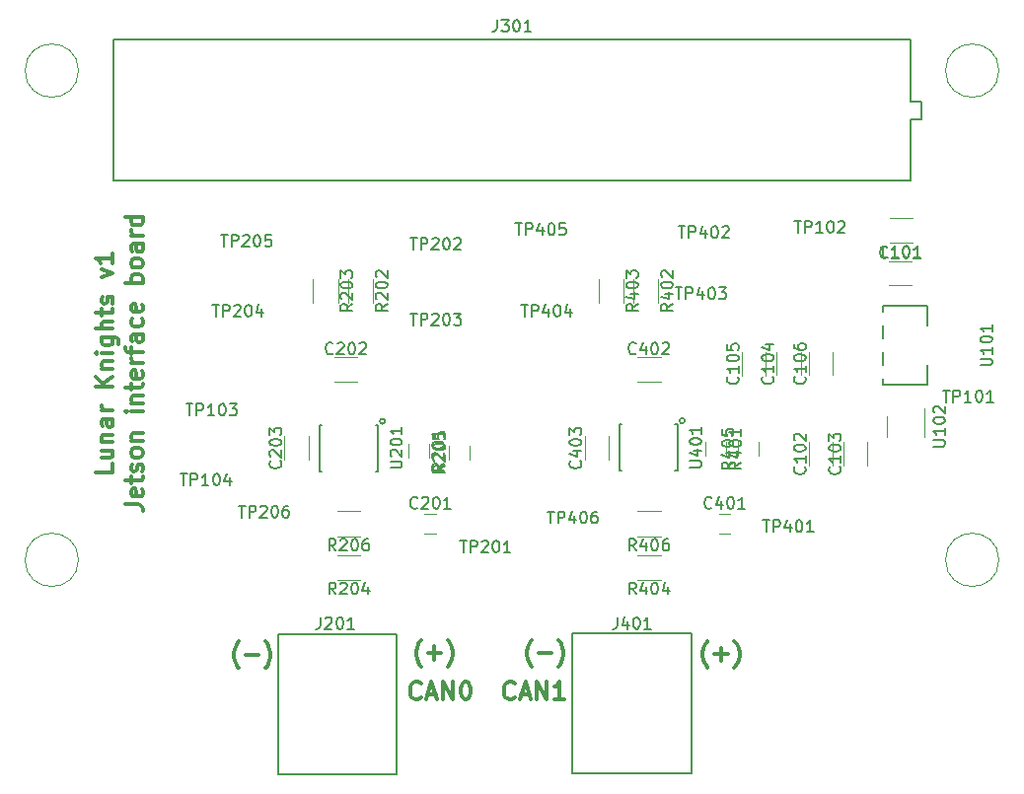
<source format=gbr>
G04 #@! TF.FileFunction,Legend,Top*
%FSLAX46Y46*%
G04 Gerber Fmt 4.6, Leading zero omitted, Abs format (unit mm)*
G04 Created by KiCad (PCBNEW 4.0.7) date Sat Jan 13 00:04:00 2018*
%MOMM*%
%LPD*%
G01*
G04 APERTURE LIST*
%ADD10C,0.100000*%
%ADD11C,0.300000*%
%ADD12C,0.120000*%
%ADD13C,0.150000*%
G04 APERTURE END LIST*
D10*
D11*
X65753571Y-130342857D02*
X65753571Y-131057143D01*
X64253571Y-131057143D01*
X64753571Y-129200000D02*
X65753571Y-129200000D01*
X64753571Y-129842857D02*
X65539286Y-129842857D01*
X65682143Y-129771429D01*
X65753571Y-129628571D01*
X65753571Y-129414286D01*
X65682143Y-129271429D01*
X65610714Y-129200000D01*
X64753571Y-128485714D02*
X65753571Y-128485714D01*
X64896429Y-128485714D02*
X64825000Y-128414286D01*
X64753571Y-128271428D01*
X64753571Y-128057143D01*
X64825000Y-127914286D01*
X64967857Y-127842857D01*
X65753571Y-127842857D01*
X65753571Y-126485714D02*
X64967857Y-126485714D01*
X64825000Y-126557143D01*
X64753571Y-126700000D01*
X64753571Y-126985714D01*
X64825000Y-127128571D01*
X65682143Y-126485714D02*
X65753571Y-126628571D01*
X65753571Y-126985714D01*
X65682143Y-127128571D01*
X65539286Y-127200000D01*
X65396429Y-127200000D01*
X65253571Y-127128571D01*
X65182143Y-126985714D01*
X65182143Y-126628571D01*
X65110714Y-126485714D01*
X65753571Y-125771428D02*
X64753571Y-125771428D01*
X65039286Y-125771428D02*
X64896429Y-125700000D01*
X64825000Y-125628571D01*
X64753571Y-125485714D01*
X64753571Y-125342857D01*
X65753571Y-123700000D02*
X64253571Y-123700000D01*
X65753571Y-122842857D02*
X64896429Y-123485714D01*
X64253571Y-122842857D02*
X65110714Y-123700000D01*
X64753571Y-122200000D02*
X65753571Y-122200000D01*
X64896429Y-122200000D02*
X64825000Y-122128572D01*
X64753571Y-121985714D01*
X64753571Y-121771429D01*
X64825000Y-121628572D01*
X64967857Y-121557143D01*
X65753571Y-121557143D01*
X65753571Y-120842857D02*
X64753571Y-120842857D01*
X64253571Y-120842857D02*
X64325000Y-120914286D01*
X64396429Y-120842857D01*
X64325000Y-120771429D01*
X64253571Y-120842857D01*
X64396429Y-120842857D01*
X64753571Y-119485714D02*
X65967857Y-119485714D01*
X66110714Y-119557143D01*
X66182143Y-119628571D01*
X66253571Y-119771428D01*
X66253571Y-119985714D01*
X66182143Y-120128571D01*
X65682143Y-119485714D02*
X65753571Y-119628571D01*
X65753571Y-119914285D01*
X65682143Y-120057143D01*
X65610714Y-120128571D01*
X65467857Y-120200000D01*
X65039286Y-120200000D01*
X64896429Y-120128571D01*
X64825000Y-120057143D01*
X64753571Y-119914285D01*
X64753571Y-119628571D01*
X64825000Y-119485714D01*
X65753571Y-118771428D02*
X64253571Y-118771428D01*
X65753571Y-118128571D02*
X64967857Y-118128571D01*
X64825000Y-118200000D01*
X64753571Y-118342857D01*
X64753571Y-118557142D01*
X64825000Y-118700000D01*
X64896429Y-118771428D01*
X64753571Y-117628571D02*
X64753571Y-117057142D01*
X64253571Y-117414285D02*
X65539286Y-117414285D01*
X65682143Y-117342857D01*
X65753571Y-117199999D01*
X65753571Y-117057142D01*
X65682143Y-116628571D02*
X65753571Y-116485714D01*
X65753571Y-116199999D01*
X65682143Y-116057142D01*
X65539286Y-115985714D01*
X65467857Y-115985714D01*
X65325000Y-116057142D01*
X65253571Y-116199999D01*
X65253571Y-116414285D01*
X65182143Y-116557142D01*
X65039286Y-116628571D01*
X64967857Y-116628571D01*
X64825000Y-116557142D01*
X64753571Y-116414285D01*
X64753571Y-116199999D01*
X64825000Y-116057142D01*
X64753571Y-114342856D02*
X65753571Y-113985713D01*
X64753571Y-113628571D01*
X65753571Y-112271428D02*
X65753571Y-113128571D01*
X65753571Y-112699999D02*
X64253571Y-112699999D01*
X64467857Y-112842856D01*
X64610714Y-112985714D01*
X64682143Y-113128571D01*
X66803571Y-133807143D02*
X67875000Y-133807143D01*
X68089286Y-133878571D01*
X68232143Y-134021428D01*
X68303571Y-134235714D01*
X68303571Y-134378571D01*
X68232143Y-132521429D02*
X68303571Y-132664286D01*
X68303571Y-132950000D01*
X68232143Y-133092857D01*
X68089286Y-133164286D01*
X67517857Y-133164286D01*
X67375000Y-133092857D01*
X67303571Y-132950000D01*
X67303571Y-132664286D01*
X67375000Y-132521429D01*
X67517857Y-132450000D01*
X67660714Y-132450000D01*
X67803571Y-133164286D01*
X67303571Y-132021429D02*
X67303571Y-131450000D01*
X66803571Y-131807143D02*
X68089286Y-131807143D01*
X68232143Y-131735715D01*
X68303571Y-131592857D01*
X68303571Y-131450000D01*
X68232143Y-131021429D02*
X68303571Y-130878572D01*
X68303571Y-130592857D01*
X68232143Y-130450000D01*
X68089286Y-130378572D01*
X68017857Y-130378572D01*
X67875000Y-130450000D01*
X67803571Y-130592857D01*
X67803571Y-130807143D01*
X67732143Y-130950000D01*
X67589286Y-131021429D01*
X67517857Y-131021429D01*
X67375000Y-130950000D01*
X67303571Y-130807143D01*
X67303571Y-130592857D01*
X67375000Y-130450000D01*
X68303571Y-129521428D02*
X68232143Y-129664286D01*
X68160714Y-129735714D01*
X68017857Y-129807143D01*
X67589286Y-129807143D01*
X67446429Y-129735714D01*
X67375000Y-129664286D01*
X67303571Y-129521428D01*
X67303571Y-129307143D01*
X67375000Y-129164286D01*
X67446429Y-129092857D01*
X67589286Y-129021428D01*
X68017857Y-129021428D01*
X68160714Y-129092857D01*
X68232143Y-129164286D01*
X68303571Y-129307143D01*
X68303571Y-129521428D01*
X67303571Y-128378571D02*
X68303571Y-128378571D01*
X67446429Y-128378571D02*
X67375000Y-128307143D01*
X67303571Y-128164285D01*
X67303571Y-127950000D01*
X67375000Y-127807143D01*
X67517857Y-127735714D01*
X68303571Y-127735714D01*
X68303571Y-125878571D02*
X67303571Y-125878571D01*
X66803571Y-125878571D02*
X66875000Y-125950000D01*
X66946429Y-125878571D01*
X66875000Y-125807143D01*
X66803571Y-125878571D01*
X66946429Y-125878571D01*
X67303571Y-125164285D02*
X68303571Y-125164285D01*
X67446429Y-125164285D02*
X67375000Y-125092857D01*
X67303571Y-124949999D01*
X67303571Y-124735714D01*
X67375000Y-124592857D01*
X67517857Y-124521428D01*
X68303571Y-124521428D01*
X67303571Y-124021428D02*
X67303571Y-123449999D01*
X66803571Y-123807142D02*
X68089286Y-123807142D01*
X68232143Y-123735714D01*
X68303571Y-123592856D01*
X68303571Y-123449999D01*
X68232143Y-122378571D02*
X68303571Y-122521428D01*
X68303571Y-122807142D01*
X68232143Y-122949999D01*
X68089286Y-123021428D01*
X67517857Y-123021428D01*
X67375000Y-122949999D01*
X67303571Y-122807142D01*
X67303571Y-122521428D01*
X67375000Y-122378571D01*
X67517857Y-122307142D01*
X67660714Y-122307142D01*
X67803571Y-123021428D01*
X68303571Y-121664285D02*
X67303571Y-121664285D01*
X67589286Y-121664285D02*
X67446429Y-121592857D01*
X67375000Y-121521428D01*
X67303571Y-121378571D01*
X67303571Y-121235714D01*
X67303571Y-120950000D02*
X67303571Y-120378571D01*
X68303571Y-120735714D02*
X67017857Y-120735714D01*
X66875000Y-120664286D01*
X66803571Y-120521428D01*
X66803571Y-120378571D01*
X68303571Y-119235714D02*
X67517857Y-119235714D01*
X67375000Y-119307143D01*
X67303571Y-119450000D01*
X67303571Y-119735714D01*
X67375000Y-119878571D01*
X68232143Y-119235714D02*
X68303571Y-119378571D01*
X68303571Y-119735714D01*
X68232143Y-119878571D01*
X68089286Y-119950000D01*
X67946429Y-119950000D01*
X67803571Y-119878571D01*
X67732143Y-119735714D01*
X67732143Y-119378571D01*
X67660714Y-119235714D01*
X68232143Y-117878571D02*
X68303571Y-118021428D01*
X68303571Y-118307142D01*
X68232143Y-118450000D01*
X68160714Y-118521428D01*
X68017857Y-118592857D01*
X67589286Y-118592857D01*
X67446429Y-118521428D01*
X67375000Y-118450000D01*
X67303571Y-118307142D01*
X67303571Y-118021428D01*
X67375000Y-117878571D01*
X68232143Y-116664286D02*
X68303571Y-116807143D01*
X68303571Y-117092857D01*
X68232143Y-117235714D01*
X68089286Y-117307143D01*
X67517857Y-117307143D01*
X67375000Y-117235714D01*
X67303571Y-117092857D01*
X67303571Y-116807143D01*
X67375000Y-116664286D01*
X67517857Y-116592857D01*
X67660714Y-116592857D01*
X67803571Y-117307143D01*
X68303571Y-114807143D02*
X66803571Y-114807143D01*
X67375000Y-114807143D02*
X67303571Y-114664286D01*
X67303571Y-114378572D01*
X67375000Y-114235715D01*
X67446429Y-114164286D01*
X67589286Y-114092857D01*
X68017857Y-114092857D01*
X68160714Y-114164286D01*
X68232143Y-114235715D01*
X68303571Y-114378572D01*
X68303571Y-114664286D01*
X68232143Y-114807143D01*
X68303571Y-113235714D02*
X68232143Y-113378572D01*
X68160714Y-113450000D01*
X68017857Y-113521429D01*
X67589286Y-113521429D01*
X67446429Y-113450000D01*
X67375000Y-113378572D01*
X67303571Y-113235714D01*
X67303571Y-113021429D01*
X67375000Y-112878572D01*
X67446429Y-112807143D01*
X67589286Y-112735714D01*
X68017857Y-112735714D01*
X68160714Y-112807143D01*
X68232143Y-112878572D01*
X68303571Y-113021429D01*
X68303571Y-113235714D01*
X68303571Y-111450000D02*
X67517857Y-111450000D01*
X67375000Y-111521429D01*
X67303571Y-111664286D01*
X67303571Y-111950000D01*
X67375000Y-112092857D01*
X68232143Y-111450000D02*
X68303571Y-111592857D01*
X68303571Y-111950000D01*
X68232143Y-112092857D01*
X68089286Y-112164286D01*
X67946429Y-112164286D01*
X67803571Y-112092857D01*
X67732143Y-111950000D01*
X67732143Y-111592857D01*
X67660714Y-111450000D01*
X68303571Y-110735714D02*
X67303571Y-110735714D01*
X67589286Y-110735714D02*
X67446429Y-110664286D01*
X67375000Y-110592857D01*
X67303571Y-110450000D01*
X67303571Y-110307143D01*
X68303571Y-109164286D02*
X66803571Y-109164286D01*
X68232143Y-109164286D02*
X68303571Y-109307143D01*
X68303571Y-109592857D01*
X68232143Y-109735715D01*
X68160714Y-109807143D01*
X68017857Y-109878572D01*
X67589286Y-109878572D01*
X67446429Y-109807143D01*
X67375000Y-109735715D01*
X67303571Y-109592857D01*
X67303571Y-109307143D01*
X67375000Y-109164286D01*
X76557143Y-147900000D02*
X76485715Y-147828571D01*
X76342858Y-147614286D01*
X76271429Y-147471429D01*
X76200000Y-147257143D01*
X76128572Y-146900000D01*
X76128572Y-146614286D01*
X76200000Y-146257143D01*
X76271429Y-146042857D01*
X76342858Y-145900000D01*
X76485715Y-145685714D01*
X76557143Y-145614286D01*
X77128572Y-146757143D02*
X78271429Y-146757143D01*
X78842858Y-147900000D02*
X78914286Y-147828571D01*
X79057143Y-147614286D01*
X79128572Y-147471429D01*
X79200001Y-147257143D01*
X79271429Y-146900000D01*
X79271429Y-146614286D01*
X79200001Y-146257143D01*
X79128572Y-146042857D01*
X79057143Y-145900000D01*
X78914286Y-145685714D01*
X78842858Y-145614286D01*
X92207143Y-147750000D02*
X92135715Y-147678571D01*
X91992858Y-147464286D01*
X91921429Y-147321429D01*
X91850000Y-147107143D01*
X91778572Y-146750000D01*
X91778572Y-146464286D01*
X91850000Y-146107143D01*
X91921429Y-145892857D01*
X91992858Y-145750000D01*
X92135715Y-145535714D01*
X92207143Y-145464286D01*
X92778572Y-146607143D02*
X93921429Y-146607143D01*
X93350000Y-147178571D02*
X93350000Y-146035714D01*
X94492858Y-147750000D02*
X94564286Y-147678571D01*
X94707143Y-147464286D01*
X94778572Y-147321429D01*
X94850001Y-147107143D01*
X94921429Y-146750000D01*
X94921429Y-146464286D01*
X94850001Y-146107143D01*
X94778572Y-145892857D01*
X94707143Y-145750000D01*
X94564286Y-145535714D01*
X94492858Y-145464286D01*
X100221429Y-150435714D02*
X100150000Y-150507143D01*
X99935714Y-150578571D01*
X99792857Y-150578571D01*
X99578572Y-150507143D01*
X99435714Y-150364286D01*
X99364286Y-150221429D01*
X99292857Y-149935714D01*
X99292857Y-149721429D01*
X99364286Y-149435714D01*
X99435714Y-149292857D01*
X99578572Y-149150000D01*
X99792857Y-149078571D01*
X99935714Y-149078571D01*
X100150000Y-149150000D01*
X100221429Y-149221429D01*
X100792857Y-150150000D02*
X101507143Y-150150000D01*
X100650000Y-150578571D02*
X101150000Y-149078571D01*
X101650000Y-150578571D01*
X102150000Y-150578571D02*
X102150000Y-149078571D01*
X103007143Y-150578571D01*
X103007143Y-149078571D01*
X104507143Y-150578571D02*
X103650000Y-150578571D01*
X104078572Y-150578571D02*
X104078572Y-149078571D01*
X103935715Y-149292857D01*
X103792857Y-149435714D01*
X103650000Y-149507143D01*
X92171429Y-150435714D02*
X92100000Y-150507143D01*
X91885714Y-150578571D01*
X91742857Y-150578571D01*
X91528572Y-150507143D01*
X91385714Y-150364286D01*
X91314286Y-150221429D01*
X91242857Y-149935714D01*
X91242857Y-149721429D01*
X91314286Y-149435714D01*
X91385714Y-149292857D01*
X91528572Y-149150000D01*
X91742857Y-149078571D01*
X91885714Y-149078571D01*
X92100000Y-149150000D01*
X92171429Y-149221429D01*
X92742857Y-150150000D02*
X93457143Y-150150000D01*
X92600000Y-150578571D02*
X93100000Y-149078571D01*
X93600000Y-150578571D01*
X94100000Y-150578571D02*
X94100000Y-149078571D01*
X94957143Y-150578571D01*
X94957143Y-149078571D01*
X95957143Y-149078571D02*
X96100000Y-149078571D01*
X96242857Y-149150000D01*
X96314286Y-149221429D01*
X96385715Y-149364286D01*
X96457143Y-149650000D01*
X96457143Y-150007143D01*
X96385715Y-150292857D01*
X96314286Y-150435714D01*
X96242857Y-150507143D01*
X96100000Y-150578571D01*
X95957143Y-150578571D01*
X95814286Y-150507143D01*
X95742857Y-150435714D01*
X95671429Y-150292857D01*
X95600000Y-150007143D01*
X95600000Y-149650000D01*
X95671429Y-149364286D01*
X95742857Y-149221429D01*
X95814286Y-149150000D01*
X95957143Y-149078571D01*
X101707143Y-147750000D02*
X101635715Y-147678571D01*
X101492858Y-147464286D01*
X101421429Y-147321429D01*
X101350000Y-147107143D01*
X101278572Y-146750000D01*
X101278572Y-146464286D01*
X101350000Y-146107143D01*
X101421429Y-145892857D01*
X101492858Y-145750000D01*
X101635715Y-145535714D01*
X101707143Y-145464286D01*
X102278572Y-146607143D02*
X103421429Y-146607143D01*
X103992858Y-147750000D02*
X104064286Y-147678571D01*
X104207143Y-147464286D01*
X104278572Y-147321429D01*
X104350001Y-147107143D01*
X104421429Y-146750000D01*
X104421429Y-146464286D01*
X104350001Y-146107143D01*
X104278572Y-145892857D01*
X104207143Y-145750000D01*
X104064286Y-145535714D01*
X103992858Y-145464286D01*
X116807143Y-147850000D02*
X116735715Y-147778571D01*
X116592858Y-147564286D01*
X116521429Y-147421429D01*
X116450000Y-147207143D01*
X116378572Y-146850000D01*
X116378572Y-146564286D01*
X116450000Y-146207143D01*
X116521429Y-145992857D01*
X116592858Y-145850000D01*
X116735715Y-145635714D01*
X116807143Y-145564286D01*
X117378572Y-146707143D02*
X118521429Y-146707143D01*
X117950000Y-147278571D02*
X117950000Y-146135714D01*
X119092858Y-147850000D02*
X119164286Y-147778571D01*
X119307143Y-147564286D01*
X119378572Y-147421429D01*
X119450001Y-147207143D01*
X119521429Y-146850000D01*
X119521429Y-146564286D01*
X119450001Y-146207143D01*
X119378572Y-145992857D01*
X119307143Y-145850000D01*
X119164286Y-145635714D01*
X119092858Y-145564286D01*
D12*
X141786000Y-138600000D02*
G75*
G03X141786000Y-138600000I-2286000J0D01*
G01*
X62786000Y-138600000D02*
G75*
G03X62786000Y-138600000I-2286000J0D01*
G01*
X141786000Y-96600000D02*
G75*
G03X141786000Y-96600000I-2286000J0D01*
G01*
D13*
X65760000Y-93930000D02*
X65760000Y-106070000D01*
X65760000Y-106070000D02*
X134240000Y-106070000D01*
X134240000Y-106070000D02*
X134240000Y-100760000D01*
X134240000Y-100760000D02*
X135130000Y-100760000D01*
X135130000Y-100760000D02*
X135130000Y-99240000D01*
X135130000Y-99240000D02*
X134240000Y-99240000D01*
X134240000Y-99240000D02*
X134240000Y-93930000D01*
X134240000Y-93930000D02*
X65760000Y-93930000D01*
D12*
X82930000Y-116500000D02*
X82930000Y-114500000D01*
X85070000Y-114500000D02*
X85070000Y-116500000D01*
D13*
X89123607Y-126700000D02*
G75*
G03X89123607Y-126700000I-223607J0D01*
G01*
X83500000Y-127000000D02*
X83700000Y-127000000D01*
X83500000Y-131000000D02*
X83700000Y-131000000D01*
X83500000Y-127000000D02*
X83500000Y-131000000D01*
X88300000Y-127000000D02*
X88500000Y-127000000D01*
X88500000Y-131000000D02*
X88300000Y-131000000D01*
X88500000Y-127000000D02*
X88500000Y-131000000D01*
D12*
X85000000Y-134430000D02*
X87000000Y-134430000D01*
X87000000Y-136570000D02*
X85000000Y-136570000D01*
X134318500Y-112965040D02*
X132318500Y-112965040D01*
X132318500Y-115005040D02*
X134318500Y-115005040D01*
X125480000Y-128500000D02*
X125480000Y-130500000D01*
X127520000Y-130500000D02*
X127520000Y-128500000D01*
X128480000Y-128500000D02*
X128480000Y-130500000D01*
X130520000Y-130500000D02*
X130520000Y-128500000D01*
X122730000Y-120750000D02*
X122730000Y-122750000D01*
X124770000Y-122750000D02*
X124770000Y-120750000D01*
X119730000Y-120774200D02*
X119730000Y-122774200D01*
X121770000Y-122774200D02*
X121770000Y-120774200D01*
X125480000Y-120750000D02*
X125480000Y-122750000D01*
X127520000Y-122750000D02*
X127520000Y-120750000D01*
X93500000Y-134650000D02*
X92500000Y-134650000D01*
X92500000Y-136350000D02*
X93500000Y-136350000D01*
X118750000Y-134650000D02*
X117750000Y-134650000D01*
X117750000Y-136350000D02*
X118750000Y-136350000D01*
D13*
X79900000Y-157000000D02*
X79900000Y-145000000D01*
X90100000Y-157000000D02*
X79900000Y-157000000D01*
X90100000Y-145000000D02*
X90100000Y-157000000D01*
X79900000Y-145000000D02*
X90100000Y-145000000D01*
X105210000Y-156900000D02*
X105210000Y-144900000D01*
X115410000Y-156900000D02*
X105210000Y-156900000D01*
X115410000Y-144900000D02*
X115410000Y-156900000D01*
X105210000Y-144900000D02*
X115410000Y-144900000D01*
D12*
X132413500Y-109262520D02*
X134413500Y-109262520D01*
X134413500Y-111402520D02*
X132413500Y-111402520D01*
X91120000Y-129850000D02*
X91120000Y-128650000D01*
X92880000Y-128650000D02*
X92880000Y-129850000D01*
X85930000Y-116500000D02*
X85930000Y-114500000D01*
X88070000Y-114500000D02*
X88070000Y-116500000D01*
X85000000Y-138180000D02*
X87000000Y-138180000D01*
X87000000Y-140320000D02*
X85000000Y-140320000D01*
X96380000Y-128800000D02*
X96380000Y-130000000D01*
X94620000Y-130000000D02*
X94620000Y-128800000D01*
X116620000Y-129700000D02*
X116620000Y-128500000D01*
X118380000Y-128500000D02*
X118380000Y-129700000D01*
X110430000Y-116500000D02*
X110430000Y-114500000D01*
X112570000Y-114500000D02*
X112570000Y-116500000D01*
X107430000Y-116500000D02*
X107430000Y-114500000D01*
X109570000Y-114500000D02*
X109570000Y-116500000D01*
X110750000Y-138180000D02*
X112750000Y-138180000D01*
X112750000Y-140320000D02*
X110750000Y-140320000D01*
X121130000Y-128500000D02*
X121130000Y-129700000D01*
X119370000Y-129700000D02*
X119370000Y-128500000D01*
X110750000Y-134430000D02*
X112750000Y-134430000D01*
X112750000Y-136570000D02*
X110750000Y-136570000D01*
X132190000Y-126250000D02*
X132190000Y-128050000D01*
X135410000Y-128050000D02*
X135410000Y-125600000D01*
D13*
X114823467Y-126658900D02*
G75*
G03X114823467Y-126658900I-223607J0D01*
G01*
X109199860Y-126958900D02*
X109399860Y-126958900D01*
X109199860Y-130958900D02*
X109399860Y-130958900D01*
X109199860Y-126958900D02*
X109199860Y-130958900D01*
X113999860Y-126958900D02*
X114199860Y-126958900D01*
X114199860Y-130958900D02*
X113999860Y-130958900D01*
X114199860Y-126958900D02*
X114199860Y-130958900D01*
D12*
X62786000Y-96600000D02*
G75*
G03X62786000Y-96600000I-2286000J0D01*
G01*
D13*
X135646240Y-116785180D02*
X135646240Y-118485180D01*
X131846240Y-116785180D02*
X135646240Y-116785180D01*
X131846240Y-117285180D02*
X131846240Y-116785180D01*
X131846240Y-119585180D02*
X131846240Y-118485180D01*
X131846240Y-121885180D02*
X131846240Y-120785180D01*
X131846240Y-123585180D02*
X131846240Y-123085180D01*
X135646240Y-123585180D02*
X131846240Y-123585180D01*
X135646240Y-121885180D02*
X135646240Y-123585180D01*
D12*
X86750000Y-121230000D02*
X84750000Y-121230000D01*
X84750000Y-123270000D02*
X86750000Y-123270000D01*
X80480000Y-128000000D02*
X80480000Y-130000000D01*
X82520000Y-130000000D02*
X82520000Y-128000000D01*
X112750000Y-121230000D02*
X110750000Y-121230000D01*
X110750000Y-123270000D02*
X112750000Y-123270000D01*
X106230000Y-128000000D02*
X106230000Y-130000000D01*
X108270000Y-130000000D02*
X108270000Y-128000000D01*
D13*
X98731866Y-92238581D02*
X98731866Y-92952867D01*
X98684246Y-93095724D01*
X98589008Y-93190962D01*
X98446151Y-93238581D01*
X98350913Y-93238581D01*
X99112818Y-92238581D02*
X99731866Y-92238581D01*
X99398532Y-92619533D01*
X99541390Y-92619533D01*
X99636628Y-92667152D01*
X99684247Y-92714771D01*
X99731866Y-92810010D01*
X99731866Y-93048105D01*
X99684247Y-93143343D01*
X99636628Y-93190962D01*
X99541390Y-93238581D01*
X99255675Y-93238581D01*
X99160437Y-93190962D01*
X99112818Y-93143343D01*
X100350913Y-92238581D02*
X100446152Y-92238581D01*
X100541390Y-92286200D01*
X100589009Y-92333819D01*
X100636628Y-92429057D01*
X100684247Y-92619533D01*
X100684247Y-92857629D01*
X100636628Y-93048105D01*
X100589009Y-93143343D01*
X100541390Y-93190962D01*
X100446152Y-93238581D01*
X100350913Y-93238581D01*
X100255675Y-93190962D01*
X100208056Y-93143343D01*
X100160437Y-93048105D01*
X100112818Y-92857629D01*
X100112818Y-92619533D01*
X100160437Y-92429057D01*
X100208056Y-92333819D01*
X100255675Y-92286200D01*
X100350913Y-92238581D01*
X101636628Y-93238581D02*
X101065199Y-93238581D01*
X101350913Y-93238581D02*
X101350913Y-92238581D01*
X101255675Y-92381438D01*
X101160437Y-92476676D01*
X101065199Y-92524295D01*
X86302381Y-116619047D02*
X85826190Y-116952381D01*
X86302381Y-117190476D02*
X85302381Y-117190476D01*
X85302381Y-116809523D01*
X85350000Y-116714285D01*
X85397619Y-116666666D01*
X85492857Y-116619047D01*
X85635714Y-116619047D01*
X85730952Y-116666666D01*
X85778571Y-116714285D01*
X85826190Y-116809523D01*
X85826190Y-117190476D01*
X85397619Y-116238095D02*
X85350000Y-116190476D01*
X85302381Y-116095238D01*
X85302381Y-115857142D01*
X85350000Y-115761904D01*
X85397619Y-115714285D01*
X85492857Y-115666666D01*
X85588095Y-115666666D01*
X85730952Y-115714285D01*
X86302381Y-116285714D01*
X86302381Y-115666666D01*
X85302381Y-115047619D02*
X85302381Y-114952380D01*
X85350000Y-114857142D01*
X85397619Y-114809523D01*
X85492857Y-114761904D01*
X85683333Y-114714285D01*
X85921429Y-114714285D01*
X86111905Y-114761904D01*
X86207143Y-114809523D01*
X86254762Y-114857142D01*
X86302381Y-114952380D01*
X86302381Y-115047619D01*
X86254762Y-115142857D01*
X86207143Y-115190476D01*
X86111905Y-115238095D01*
X85921429Y-115285714D01*
X85683333Y-115285714D01*
X85492857Y-115238095D01*
X85397619Y-115190476D01*
X85350000Y-115142857D01*
X85302381Y-115047619D01*
X85302381Y-114380952D02*
X85302381Y-113761904D01*
X85683333Y-114095238D01*
X85683333Y-113952380D01*
X85730952Y-113857142D01*
X85778571Y-113809523D01*
X85873810Y-113761904D01*
X86111905Y-113761904D01*
X86207143Y-113809523D01*
X86254762Y-113857142D01*
X86302381Y-113952380D01*
X86302381Y-114238095D01*
X86254762Y-114333333D01*
X86207143Y-114380952D01*
X89552381Y-130714286D02*
X90361905Y-130714286D01*
X90457143Y-130666667D01*
X90504762Y-130619048D01*
X90552381Y-130523810D01*
X90552381Y-130333333D01*
X90504762Y-130238095D01*
X90457143Y-130190476D01*
X90361905Y-130142857D01*
X89552381Y-130142857D01*
X89647619Y-129714286D02*
X89600000Y-129666667D01*
X89552381Y-129571429D01*
X89552381Y-129333333D01*
X89600000Y-129238095D01*
X89647619Y-129190476D01*
X89742857Y-129142857D01*
X89838095Y-129142857D01*
X89980952Y-129190476D01*
X90552381Y-129761905D01*
X90552381Y-129142857D01*
X89552381Y-128523810D02*
X89552381Y-128428571D01*
X89600000Y-128333333D01*
X89647619Y-128285714D01*
X89742857Y-128238095D01*
X89933333Y-128190476D01*
X90171429Y-128190476D01*
X90361905Y-128238095D01*
X90457143Y-128285714D01*
X90504762Y-128333333D01*
X90552381Y-128428571D01*
X90552381Y-128523810D01*
X90504762Y-128619048D01*
X90457143Y-128666667D01*
X90361905Y-128714286D01*
X90171429Y-128761905D01*
X89933333Y-128761905D01*
X89742857Y-128714286D01*
X89647619Y-128666667D01*
X89600000Y-128619048D01*
X89552381Y-128523810D01*
X90552381Y-127238095D02*
X90552381Y-127809524D01*
X90552381Y-127523810D02*
X89552381Y-127523810D01*
X89695238Y-127619048D01*
X89790476Y-127714286D01*
X89838095Y-127809524D01*
X84880953Y-137802381D02*
X84547619Y-137326190D01*
X84309524Y-137802381D02*
X84309524Y-136802381D01*
X84690477Y-136802381D01*
X84785715Y-136850000D01*
X84833334Y-136897619D01*
X84880953Y-136992857D01*
X84880953Y-137135714D01*
X84833334Y-137230952D01*
X84785715Y-137278571D01*
X84690477Y-137326190D01*
X84309524Y-137326190D01*
X85261905Y-136897619D02*
X85309524Y-136850000D01*
X85404762Y-136802381D01*
X85642858Y-136802381D01*
X85738096Y-136850000D01*
X85785715Y-136897619D01*
X85833334Y-136992857D01*
X85833334Y-137088095D01*
X85785715Y-137230952D01*
X85214286Y-137802381D01*
X85833334Y-137802381D01*
X86452381Y-136802381D02*
X86547620Y-136802381D01*
X86642858Y-136850000D01*
X86690477Y-136897619D01*
X86738096Y-136992857D01*
X86785715Y-137183333D01*
X86785715Y-137421429D01*
X86738096Y-137611905D01*
X86690477Y-137707143D01*
X86642858Y-137754762D01*
X86547620Y-137802381D01*
X86452381Y-137802381D01*
X86357143Y-137754762D01*
X86309524Y-137707143D01*
X86261905Y-137611905D01*
X86214286Y-137421429D01*
X86214286Y-137183333D01*
X86261905Y-136992857D01*
X86309524Y-136897619D01*
X86357143Y-136850000D01*
X86452381Y-136802381D01*
X87642858Y-136802381D02*
X87452381Y-136802381D01*
X87357143Y-136850000D01*
X87309524Y-136897619D01*
X87214286Y-137040476D01*
X87166667Y-137230952D01*
X87166667Y-137611905D01*
X87214286Y-137707143D01*
X87261905Y-137754762D01*
X87357143Y-137802381D01*
X87547620Y-137802381D01*
X87642858Y-137754762D01*
X87690477Y-137707143D01*
X87738096Y-137611905D01*
X87738096Y-137373810D01*
X87690477Y-137278571D01*
X87642858Y-137230952D01*
X87547620Y-137183333D01*
X87357143Y-137183333D01*
X87261905Y-137230952D01*
X87214286Y-137278571D01*
X87166667Y-137373810D01*
X132199453Y-112592183D02*
X132151834Y-112639802D01*
X132008977Y-112687421D01*
X131913739Y-112687421D01*
X131770881Y-112639802D01*
X131675643Y-112544564D01*
X131628024Y-112449326D01*
X131580405Y-112258850D01*
X131580405Y-112115992D01*
X131628024Y-111925516D01*
X131675643Y-111830278D01*
X131770881Y-111735040D01*
X131913739Y-111687421D01*
X132008977Y-111687421D01*
X132151834Y-111735040D01*
X132199453Y-111782659D01*
X133151834Y-112687421D02*
X132580405Y-112687421D01*
X132866119Y-112687421D02*
X132866119Y-111687421D01*
X132770881Y-111830278D01*
X132675643Y-111925516D01*
X132580405Y-111973135D01*
X133770881Y-111687421D02*
X133866120Y-111687421D01*
X133961358Y-111735040D01*
X134008977Y-111782659D01*
X134056596Y-111877897D01*
X134104215Y-112068373D01*
X134104215Y-112306469D01*
X134056596Y-112496945D01*
X134008977Y-112592183D01*
X133961358Y-112639802D01*
X133866120Y-112687421D01*
X133770881Y-112687421D01*
X133675643Y-112639802D01*
X133628024Y-112592183D01*
X133580405Y-112496945D01*
X133532786Y-112306469D01*
X133532786Y-112068373D01*
X133580405Y-111877897D01*
X133628024Y-111782659D01*
X133675643Y-111735040D01*
X133770881Y-111687421D01*
X135056596Y-112687421D02*
X134485167Y-112687421D01*
X134770881Y-112687421D02*
X134770881Y-111687421D01*
X134675643Y-111830278D01*
X134580405Y-111925516D01*
X134485167Y-111973135D01*
X125107143Y-130619047D02*
X125154762Y-130666666D01*
X125202381Y-130809523D01*
X125202381Y-130904761D01*
X125154762Y-131047619D01*
X125059524Y-131142857D01*
X124964286Y-131190476D01*
X124773810Y-131238095D01*
X124630952Y-131238095D01*
X124440476Y-131190476D01*
X124345238Y-131142857D01*
X124250000Y-131047619D01*
X124202381Y-130904761D01*
X124202381Y-130809523D01*
X124250000Y-130666666D01*
X124297619Y-130619047D01*
X125202381Y-129666666D02*
X125202381Y-130238095D01*
X125202381Y-129952381D02*
X124202381Y-129952381D01*
X124345238Y-130047619D01*
X124440476Y-130142857D01*
X124488095Y-130238095D01*
X124202381Y-129047619D02*
X124202381Y-128952380D01*
X124250000Y-128857142D01*
X124297619Y-128809523D01*
X124392857Y-128761904D01*
X124583333Y-128714285D01*
X124821429Y-128714285D01*
X125011905Y-128761904D01*
X125107143Y-128809523D01*
X125154762Y-128857142D01*
X125202381Y-128952380D01*
X125202381Y-129047619D01*
X125154762Y-129142857D01*
X125107143Y-129190476D01*
X125011905Y-129238095D01*
X124821429Y-129285714D01*
X124583333Y-129285714D01*
X124392857Y-129238095D01*
X124297619Y-129190476D01*
X124250000Y-129142857D01*
X124202381Y-129047619D01*
X124297619Y-128333333D02*
X124250000Y-128285714D01*
X124202381Y-128190476D01*
X124202381Y-127952380D01*
X124250000Y-127857142D01*
X124297619Y-127809523D01*
X124392857Y-127761904D01*
X124488095Y-127761904D01*
X124630952Y-127809523D01*
X125202381Y-128380952D01*
X125202381Y-127761904D01*
X128107143Y-130619047D02*
X128154762Y-130666666D01*
X128202381Y-130809523D01*
X128202381Y-130904761D01*
X128154762Y-131047619D01*
X128059524Y-131142857D01*
X127964286Y-131190476D01*
X127773810Y-131238095D01*
X127630952Y-131238095D01*
X127440476Y-131190476D01*
X127345238Y-131142857D01*
X127250000Y-131047619D01*
X127202381Y-130904761D01*
X127202381Y-130809523D01*
X127250000Y-130666666D01*
X127297619Y-130619047D01*
X128202381Y-129666666D02*
X128202381Y-130238095D01*
X128202381Y-129952381D02*
X127202381Y-129952381D01*
X127345238Y-130047619D01*
X127440476Y-130142857D01*
X127488095Y-130238095D01*
X127202381Y-129047619D02*
X127202381Y-128952380D01*
X127250000Y-128857142D01*
X127297619Y-128809523D01*
X127392857Y-128761904D01*
X127583333Y-128714285D01*
X127821429Y-128714285D01*
X128011905Y-128761904D01*
X128107143Y-128809523D01*
X128154762Y-128857142D01*
X128202381Y-128952380D01*
X128202381Y-129047619D01*
X128154762Y-129142857D01*
X128107143Y-129190476D01*
X128011905Y-129238095D01*
X127821429Y-129285714D01*
X127583333Y-129285714D01*
X127392857Y-129238095D01*
X127297619Y-129190476D01*
X127250000Y-129142857D01*
X127202381Y-129047619D01*
X127202381Y-128380952D02*
X127202381Y-127761904D01*
X127583333Y-128095238D01*
X127583333Y-127952380D01*
X127630952Y-127857142D01*
X127678571Y-127809523D01*
X127773810Y-127761904D01*
X128011905Y-127761904D01*
X128107143Y-127809523D01*
X128154762Y-127857142D01*
X128202381Y-127952380D01*
X128202381Y-128238095D01*
X128154762Y-128333333D01*
X128107143Y-128380952D01*
X122357143Y-122869047D02*
X122404762Y-122916666D01*
X122452381Y-123059523D01*
X122452381Y-123154761D01*
X122404762Y-123297619D01*
X122309524Y-123392857D01*
X122214286Y-123440476D01*
X122023810Y-123488095D01*
X121880952Y-123488095D01*
X121690476Y-123440476D01*
X121595238Y-123392857D01*
X121500000Y-123297619D01*
X121452381Y-123154761D01*
X121452381Y-123059523D01*
X121500000Y-122916666D01*
X121547619Y-122869047D01*
X122452381Y-121916666D02*
X122452381Y-122488095D01*
X122452381Y-122202381D02*
X121452381Y-122202381D01*
X121595238Y-122297619D01*
X121690476Y-122392857D01*
X121738095Y-122488095D01*
X121452381Y-121297619D02*
X121452381Y-121202380D01*
X121500000Y-121107142D01*
X121547619Y-121059523D01*
X121642857Y-121011904D01*
X121833333Y-120964285D01*
X122071429Y-120964285D01*
X122261905Y-121011904D01*
X122357143Y-121059523D01*
X122404762Y-121107142D01*
X122452381Y-121202380D01*
X122452381Y-121297619D01*
X122404762Y-121392857D01*
X122357143Y-121440476D01*
X122261905Y-121488095D01*
X122071429Y-121535714D01*
X121833333Y-121535714D01*
X121642857Y-121488095D01*
X121547619Y-121440476D01*
X121500000Y-121392857D01*
X121452381Y-121297619D01*
X121785714Y-120107142D02*
X122452381Y-120107142D01*
X121404762Y-120345238D02*
X122119048Y-120583333D01*
X122119048Y-119964285D01*
X119357143Y-122893247D02*
X119404762Y-122940866D01*
X119452381Y-123083723D01*
X119452381Y-123178961D01*
X119404762Y-123321819D01*
X119309524Y-123417057D01*
X119214286Y-123464676D01*
X119023810Y-123512295D01*
X118880952Y-123512295D01*
X118690476Y-123464676D01*
X118595238Y-123417057D01*
X118500000Y-123321819D01*
X118452381Y-123178961D01*
X118452381Y-123083723D01*
X118500000Y-122940866D01*
X118547619Y-122893247D01*
X119452381Y-121940866D02*
X119452381Y-122512295D01*
X119452381Y-122226581D02*
X118452381Y-122226581D01*
X118595238Y-122321819D01*
X118690476Y-122417057D01*
X118738095Y-122512295D01*
X118452381Y-121321819D02*
X118452381Y-121226580D01*
X118500000Y-121131342D01*
X118547619Y-121083723D01*
X118642857Y-121036104D01*
X118833333Y-120988485D01*
X119071429Y-120988485D01*
X119261905Y-121036104D01*
X119357143Y-121083723D01*
X119404762Y-121131342D01*
X119452381Y-121226580D01*
X119452381Y-121321819D01*
X119404762Y-121417057D01*
X119357143Y-121464676D01*
X119261905Y-121512295D01*
X119071429Y-121559914D01*
X118833333Y-121559914D01*
X118642857Y-121512295D01*
X118547619Y-121464676D01*
X118500000Y-121417057D01*
X118452381Y-121321819D01*
X118452381Y-120083723D02*
X118452381Y-120559914D01*
X118928571Y-120607533D01*
X118880952Y-120559914D01*
X118833333Y-120464676D01*
X118833333Y-120226580D01*
X118880952Y-120131342D01*
X118928571Y-120083723D01*
X119023810Y-120036104D01*
X119261905Y-120036104D01*
X119357143Y-120083723D01*
X119404762Y-120131342D01*
X119452381Y-120226580D01*
X119452381Y-120464676D01*
X119404762Y-120559914D01*
X119357143Y-120607533D01*
X125107143Y-122869047D02*
X125154762Y-122916666D01*
X125202381Y-123059523D01*
X125202381Y-123154761D01*
X125154762Y-123297619D01*
X125059524Y-123392857D01*
X124964286Y-123440476D01*
X124773810Y-123488095D01*
X124630952Y-123488095D01*
X124440476Y-123440476D01*
X124345238Y-123392857D01*
X124250000Y-123297619D01*
X124202381Y-123154761D01*
X124202381Y-123059523D01*
X124250000Y-122916666D01*
X124297619Y-122869047D01*
X125202381Y-121916666D02*
X125202381Y-122488095D01*
X125202381Y-122202381D02*
X124202381Y-122202381D01*
X124345238Y-122297619D01*
X124440476Y-122392857D01*
X124488095Y-122488095D01*
X124202381Y-121297619D02*
X124202381Y-121202380D01*
X124250000Y-121107142D01*
X124297619Y-121059523D01*
X124392857Y-121011904D01*
X124583333Y-120964285D01*
X124821429Y-120964285D01*
X125011905Y-121011904D01*
X125107143Y-121059523D01*
X125154762Y-121107142D01*
X125202381Y-121202380D01*
X125202381Y-121297619D01*
X125154762Y-121392857D01*
X125107143Y-121440476D01*
X125011905Y-121488095D01*
X124821429Y-121535714D01*
X124583333Y-121535714D01*
X124392857Y-121488095D01*
X124297619Y-121440476D01*
X124250000Y-121392857D01*
X124202381Y-121297619D01*
X124202381Y-120107142D02*
X124202381Y-120297619D01*
X124250000Y-120392857D01*
X124297619Y-120440476D01*
X124440476Y-120535714D01*
X124630952Y-120583333D01*
X125011905Y-120583333D01*
X125107143Y-120535714D01*
X125154762Y-120488095D01*
X125202381Y-120392857D01*
X125202381Y-120202380D01*
X125154762Y-120107142D01*
X125107143Y-120059523D01*
X125011905Y-120011904D01*
X124773810Y-120011904D01*
X124678571Y-120059523D01*
X124630952Y-120107142D01*
X124583333Y-120202380D01*
X124583333Y-120392857D01*
X124630952Y-120488095D01*
X124678571Y-120535714D01*
X124773810Y-120583333D01*
X91880953Y-134107143D02*
X91833334Y-134154762D01*
X91690477Y-134202381D01*
X91595239Y-134202381D01*
X91452381Y-134154762D01*
X91357143Y-134059524D01*
X91309524Y-133964286D01*
X91261905Y-133773810D01*
X91261905Y-133630952D01*
X91309524Y-133440476D01*
X91357143Y-133345238D01*
X91452381Y-133250000D01*
X91595239Y-133202381D01*
X91690477Y-133202381D01*
X91833334Y-133250000D01*
X91880953Y-133297619D01*
X92261905Y-133297619D02*
X92309524Y-133250000D01*
X92404762Y-133202381D01*
X92642858Y-133202381D01*
X92738096Y-133250000D01*
X92785715Y-133297619D01*
X92833334Y-133392857D01*
X92833334Y-133488095D01*
X92785715Y-133630952D01*
X92214286Y-134202381D01*
X92833334Y-134202381D01*
X93452381Y-133202381D02*
X93547620Y-133202381D01*
X93642858Y-133250000D01*
X93690477Y-133297619D01*
X93738096Y-133392857D01*
X93785715Y-133583333D01*
X93785715Y-133821429D01*
X93738096Y-134011905D01*
X93690477Y-134107143D01*
X93642858Y-134154762D01*
X93547620Y-134202381D01*
X93452381Y-134202381D01*
X93357143Y-134154762D01*
X93309524Y-134107143D01*
X93261905Y-134011905D01*
X93214286Y-133821429D01*
X93214286Y-133583333D01*
X93261905Y-133392857D01*
X93309524Y-133297619D01*
X93357143Y-133250000D01*
X93452381Y-133202381D01*
X94738096Y-134202381D02*
X94166667Y-134202381D01*
X94452381Y-134202381D02*
X94452381Y-133202381D01*
X94357143Y-133345238D01*
X94261905Y-133440476D01*
X94166667Y-133488095D01*
X117130953Y-134107143D02*
X117083334Y-134154762D01*
X116940477Y-134202381D01*
X116845239Y-134202381D01*
X116702381Y-134154762D01*
X116607143Y-134059524D01*
X116559524Y-133964286D01*
X116511905Y-133773810D01*
X116511905Y-133630952D01*
X116559524Y-133440476D01*
X116607143Y-133345238D01*
X116702381Y-133250000D01*
X116845239Y-133202381D01*
X116940477Y-133202381D01*
X117083334Y-133250000D01*
X117130953Y-133297619D01*
X117988096Y-133535714D02*
X117988096Y-134202381D01*
X117750000Y-133154762D02*
X117511905Y-133869048D01*
X118130953Y-133869048D01*
X118702381Y-133202381D02*
X118797620Y-133202381D01*
X118892858Y-133250000D01*
X118940477Y-133297619D01*
X118988096Y-133392857D01*
X119035715Y-133583333D01*
X119035715Y-133821429D01*
X118988096Y-134011905D01*
X118940477Y-134107143D01*
X118892858Y-134154762D01*
X118797620Y-134202381D01*
X118702381Y-134202381D01*
X118607143Y-134154762D01*
X118559524Y-134107143D01*
X118511905Y-134011905D01*
X118464286Y-133821429D01*
X118464286Y-133583333D01*
X118511905Y-133392857D01*
X118559524Y-133297619D01*
X118607143Y-133250000D01*
X118702381Y-133202381D01*
X119988096Y-134202381D02*
X119416667Y-134202381D01*
X119702381Y-134202381D02*
X119702381Y-133202381D01*
X119607143Y-133345238D01*
X119511905Y-133440476D01*
X119416667Y-133488095D01*
X83549186Y-143531381D02*
X83549186Y-144245667D01*
X83501566Y-144388524D01*
X83406328Y-144483762D01*
X83263471Y-144531381D01*
X83168233Y-144531381D01*
X83977757Y-143626619D02*
X84025376Y-143579000D01*
X84120614Y-143531381D01*
X84358710Y-143531381D01*
X84453948Y-143579000D01*
X84501567Y-143626619D01*
X84549186Y-143721857D01*
X84549186Y-143817095D01*
X84501567Y-143959952D01*
X83930138Y-144531381D01*
X84549186Y-144531381D01*
X85168233Y-143531381D02*
X85263472Y-143531381D01*
X85358710Y-143579000D01*
X85406329Y-143626619D01*
X85453948Y-143721857D01*
X85501567Y-143912333D01*
X85501567Y-144150429D01*
X85453948Y-144340905D01*
X85406329Y-144436143D01*
X85358710Y-144483762D01*
X85263472Y-144531381D01*
X85168233Y-144531381D01*
X85072995Y-144483762D01*
X85025376Y-144436143D01*
X84977757Y-144340905D01*
X84930138Y-144150429D01*
X84930138Y-143912333D01*
X84977757Y-143721857D01*
X85025376Y-143626619D01*
X85072995Y-143579000D01*
X85168233Y-143531381D01*
X86453948Y-144531381D02*
X85882519Y-144531381D01*
X86168233Y-144531381D02*
X86168233Y-143531381D01*
X86072995Y-143674238D01*
X85977757Y-143769476D01*
X85882519Y-143817095D01*
X109024286Y-143517741D02*
X109024286Y-144232027D01*
X108976666Y-144374884D01*
X108881428Y-144470122D01*
X108738571Y-144517741D01*
X108643333Y-144517741D01*
X109929048Y-143851074D02*
X109929048Y-144517741D01*
X109690952Y-143470122D02*
X109452857Y-144184408D01*
X110071905Y-144184408D01*
X110643333Y-143517741D02*
X110738572Y-143517741D01*
X110833810Y-143565360D01*
X110881429Y-143612979D01*
X110929048Y-143708217D01*
X110976667Y-143898693D01*
X110976667Y-144136789D01*
X110929048Y-144327265D01*
X110881429Y-144422503D01*
X110833810Y-144470122D01*
X110738572Y-144517741D01*
X110643333Y-144517741D01*
X110548095Y-144470122D01*
X110500476Y-144422503D01*
X110452857Y-144327265D01*
X110405238Y-144136789D01*
X110405238Y-143898693D01*
X110452857Y-143708217D01*
X110500476Y-143612979D01*
X110548095Y-143565360D01*
X110643333Y-143517741D01*
X111929048Y-144517741D02*
X111357619Y-144517741D01*
X111643333Y-144517741D02*
X111643333Y-143517741D01*
X111548095Y-143660598D01*
X111452857Y-143755836D01*
X111357619Y-143803455D01*
X132294453Y-112634901D02*
X131818262Y-112634901D01*
X131818262Y-111634901D01*
X133151596Y-112634901D02*
X132580167Y-112634901D01*
X132865881Y-112634901D02*
X132865881Y-111634901D01*
X132770643Y-111777758D01*
X132675405Y-111872996D01*
X132580167Y-111920615D01*
X133770643Y-111634901D02*
X133865882Y-111634901D01*
X133961120Y-111682520D01*
X134008739Y-111730139D01*
X134056358Y-111825377D01*
X134103977Y-112015853D01*
X134103977Y-112253949D01*
X134056358Y-112444425D01*
X134008739Y-112539663D01*
X133961120Y-112587282D01*
X133865882Y-112634901D01*
X133770643Y-112634901D01*
X133675405Y-112587282D01*
X133627786Y-112539663D01*
X133580167Y-112444425D01*
X133532548Y-112253949D01*
X133532548Y-112015853D01*
X133580167Y-111825377D01*
X133627786Y-111730139D01*
X133675405Y-111682520D01*
X133770643Y-111634901D01*
X135056358Y-112634901D02*
X134484929Y-112634901D01*
X134770643Y-112634901D02*
X134770643Y-111634901D01*
X134675405Y-111777758D01*
X134580167Y-111872996D01*
X134484929Y-111920615D01*
X94152381Y-130369047D02*
X93676190Y-130702381D01*
X94152381Y-130940476D02*
X93152381Y-130940476D01*
X93152381Y-130559523D01*
X93200000Y-130464285D01*
X93247619Y-130416666D01*
X93342857Y-130369047D01*
X93485714Y-130369047D01*
X93580952Y-130416666D01*
X93628571Y-130464285D01*
X93676190Y-130559523D01*
X93676190Y-130940476D01*
X93247619Y-129988095D02*
X93200000Y-129940476D01*
X93152381Y-129845238D01*
X93152381Y-129607142D01*
X93200000Y-129511904D01*
X93247619Y-129464285D01*
X93342857Y-129416666D01*
X93438095Y-129416666D01*
X93580952Y-129464285D01*
X94152381Y-130035714D01*
X94152381Y-129416666D01*
X93152381Y-128797619D02*
X93152381Y-128702380D01*
X93200000Y-128607142D01*
X93247619Y-128559523D01*
X93342857Y-128511904D01*
X93533333Y-128464285D01*
X93771429Y-128464285D01*
X93961905Y-128511904D01*
X94057143Y-128559523D01*
X94104762Y-128607142D01*
X94152381Y-128702380D01*
X94152381Y-128797619D01*
X94104762Y-128892857D01*
X94057143Y-128940476D01*
X93961905Y-128988095D01*
X93771429Y-129035714D01*
X93533333Y-129035714D01*
X93342857Y-128988095D01*
X93247619Y-128940476D01*
X93200000Y-128892857D01*
X93152381Y-128797619D01*
X94152381Y-127511904D02*
X94152381Y-128083333D01*
X94152381Y-127797619D02*
X93152381Y-127797619D01*
X93295238Y-127892857D01*
X93390476Y-127988095D01*
X93438095Y-128083333D01*
X89302381Y-116619047D02*
X88826190Y-116952381D01*
X89302381Y-117190476D02*
X88302381Y-117190476D01*
X88302381Y-116809523D01*
X88350000Y-116714285D01*
X88397619Y-116666666D01*
X88492857Y-116619047D01*
X88635714Y-116619047D01*
X88730952Y-116666666D01*
X88778571Y-116714285D01*
X88826190Y-116809523D01*
X88826190Y-117190476D01*
X88397619Y-116238095D02*
X88350000Y-116190476D01*
X88302381Y-116095238D01*
X88302381Y-115857142D01*
X88350000Y-115761904D01*
X88397619Y-115714285D01*
X88492857Y-115666666D01*
X88588095Y-115666666D01*
X88730952Y-115714285D01*
X89302381Y-116285714D01*
X89302381Y-115666666D01*
X88302381Y-115047619D02*
X88302381Y-114952380D01*
X88350000Y-114857142D01*
X88397619Y-114809523D01*
X88492857Y-114761904D01*
X88683333Y-114714285D01*
X88921429Y-114714285D01*
X89111905Y-114761904D01*
X89207143Y-114809523D01*
X89254762Y-114857142D01*
X89302381Y-114952380D01*
X89302381Y-115047619D01*
X89254762Y-115142857D01*
X89207143Y-115190476D01*
X89111905Y-115238095D01*
X88921429Y-115285714D01*
X88683333Y-115285714D01*
X88492857Y-115238095D01*
X88397619Y-115190476D01*
X88350000Y-115142857D01*
X88302381Y-115047619D01*
X88397619Y-114333333D02*
X88350000Y-114285714D01*
X88302381Y-114190476D01*
X88302381Y-113952380D01*
X88350000Y-113857142D01*
X88397619Y-113809523D01*
X88492857Y-113761904D01*
X88588095Y-113761904D01*
X88730952Y-113809523D01*
X89302381Y-114380952D01*
X89302381Y-113761904D01*
X84880953Y-141552381D02*
X84547619Y-141076190D01*
X84309524Y-141552381D02*
X84309524Y-140552381D01*
X84690477Y-140552381D01*
X84785715Y-140600000D01*
X84833334Y-140647619D01*
X84880953Y-140742857D01*
X84880953Y-140885714D01*
X84833334Y-140980952D01*
X84785715Y-141028571D01*
X84690477Y-141076190D01*
X84309524Y-141076190D01*
X85261905Y-140647619D02*
X85309524Y-140600000D01*
X85404762Y-140552381D01*
X85642858Y-140552381D01*
X85738096Y-140600000D01*
X85785715Y-140647619D01*
X85833334Y-140742857D01*
X85833334Y-140838095D01*
X85785715Y-140980952D01*
X85214286Y-141552381D01*
X85833334Y-141552381D01*
X86452381Y-140552381D02*
X86547620Y-140552381D01*
X86642858Y-140600000D01*
X86690477Y-140647619D01*
X86738096Y-140742857D01*
X86785715Y-140933333D01*
X86785715Y-141171429D01*
X86738096Y-141361905D01*
X86690477Y-141457143D01*
X86642858Y-141504762D01*
X86547620Y-141552381D01*
X86452381Y-141552381D01*
X86357143Y-141504762D01*
X86309524Y-141457143D01*
X86261905Y-141361905D01*
X86214286Y-141171429D01*
X86214286Y-140933333D01*
X86261905Y-140742857D01*
X86309524Y-140647619D01*
X86357143Y-140600000D01*
X86452381Y-140552381D01*
X87642858Y-140885714D02*
X87642858Y-141552381D01*
X87404762Y-140504762D02*
X87166667Y-141219048D01*
X87785715Y-141219048D01*
X94252381Y-130519047D02*
X93776190Y-130852381D01*
X94252381Y-131090476D02*
X93252381Y-131090476D01*
X93252381Y-130709523D01*
X93300000Y-130614285D01*
X93347619Y-130566666D01*
X93442857Y-130519047D01*
X93585714Y-130519047D01*
X93680952Y-130566666D01*
X93728571Y-130614285D01*
X93776190Y-130709523D01*
X93776190Y-131090476D01*
X93347619Y-130138095D02*
X93300000Y-130090476D01*
X93252381Y-129995238D01*
X93252381Y-129757142D01*
X93300000Y-129661904D01*
X93347619Y-129614285D01*
X93442857Y-129566666D01*
X93538095Y-129566666D01*
X93680952Y-129614285D01*
X94252381Y-130185714D01*
X94252381Y-129566666D01*
X93252381Y-128947619D02*
X93252381Y-128852380D01*
X93300000Y-128757142D01*
X93347619Y-128709523D01*
X93442857Y-128661904D01*
X93633333Y-128614285D01*
X93871429Y-128614285D01*
X94061905Y-128661904D01*
X94157143Y-128709523D01*
X94204762Y-128757142D01*
X94252381Y-128852380D01*
X94252381Y-128947619D01*
X94204762Y-129042857D01*
X94157143Y-129090476D01*
X94061905Y-129138095D01*
X93871429Y-129185714D01*
X93633333Y-129185714D01*
X93442857Y-129138095D01*
X93347619Y-129090476D01*
X93300000Y-129042857D01*
X93252381Y-128947619D01*
X93252381Y-127709523D02*
X93252381Y-128185714D01*
X93728571Y-128233333D01*
X93680952Y-128185714D01*
X93633333Y-128090476D01*
X93633333Y-127852380D01*
X93680952Y-127757142D01*
X93728571Y-127709523D01*
X93823810Y-127661904D01*
X94061905Y-127661904D01*
X94157143Y-127709523D01*
X94204762Y-127757142D01*
X94252381Y-127852380D01*
X94252381Y-128090476D01*
X94204762Y-128185714D01*
X94157143Y-128233333D01*
X119652381Y-130219047D02*
X119176190Y-130552381D01*
X119652381Y-130790476D02*
X118652381Y-130790476D01*
X118652381Y-130409523D01*
X118700000Y-130314285D01*
X118747619Y-130266666D01*
X118842857Y-130219047D01*
X118985714Y-130219047D01*
X119080952Y-130266666D01*
X119128571Y-130314285D01*
X119176190Y-130409523D01*
X119176190Y-130790476D01*
X118985714Y-129361904D02*
X119652381Y-129361904D01*
X118604762Y-129600000D02*
X119319048Y-129838095D01*
X119319048Y-129219047D01*
X118652381Y-128647619D02*
X118652381Y-128552380D01*
X118700000Y-128457142D01*
X118747619Y-128409523D01*
X118842857Y-128361904D01*
X119033333Y-128314285D01*
X119271429Y-128314285D01*
X119461905Y-128361904D01*
X119557143Y-128409523D01*
X119604762Y-128457142D01*
X119652381Y-128552380D01*
X119652381Y-128647619D01*
X119604762Y-128742857D01*
X119557143Y-128790476D01*
X119461905Y-128838095D01*
X119271429Y-128885714D01*
X119033333Y-128885714D01*
X118842857Y-128838095D01*
X118747619Y-128790476D01*
X118700000Y-128742857D01*
X118652381Y-128647619D01*
X119652381Y-127361904D02*
X119652381Y-127933333D01*
X119652381Y-127647619D02*
X118652381Y-127647619D01*
X118795238Y-127742857D01*
X118890476Y-127838095D01*
X118938095Y-127933333D01*
X113802381Y-116619047D02*
X113326190Y-116952381D01*
X113802381Y-117190476D02*
X112802381Y-117190476D01*
X112802381Y-116809523D01*
X112850000Y-116714285D01*
X112897619Y-116666666D01*
X112992857Y-116619047D01*
X113135714Y-116619047D01*
X113230952Y-116666666D01*
X113278571Y-116714285D01*
X113326190Y-116809523D01*
X113326190Y-117190476D01*
X113135714Y-115761904D02*
X113802381Y-115761904D01*
X112754762Y-116000000D02*
X113469048Y-116238095D01*
X113469048Y-115619047D01*
X112802381Y-115047619D02*
X112802381Y-114952380D01*
X112850000Y-114857142D01*
X112897619Y-114809523D01*
X112992857Y-114761904D01*
X113183333Y-114714285D01*
X113421429Y-114714285D01*
X113611905Y-114761904D01*
X113707143Y-114809523D01*
X113754762Y-114857142D01*
X113802381Y-114952380D01*
X113802381Y-115047619D01*
X113754762Y-115142857D01*
X113707143Y-115190476D01*
X113611905Y-115238095D01*
X113421429Y-115285714D01*
X113183333Y-115285714D01*
X112992857Y-115238095D01*
X112897619Y-115190476D01*
X112850000Y-115142857D01*
X112802381Y-115047619D01*
X112897619Y-114333333D02*
X112850000Y-114285714D01*
X112802381Y-114190476D01*
X112802381Y-113952380D01*
X112850000Y-113857142D01*
X112897619Y-113809523D01*
X112992857Y-113761904D01*
X113088095Y-113761904D01*
X113230952Y-113809523D01*
X113802381Y-114380952D01*
X113802381Y-113761904D01*
X110802381Y-116619047D02*
X110326190Y-116952381D01*
X110802381Y-117190476D02*
X109802381Y-117190476D01*
X109802381Y-116809523D01*
X109850000Y-116714285D01*
X109897619Y-116666666D01*
X109992857Y-116619047D01*
X110135714Y-116619047D01*
X110230952Y-116666666D01*
X110278571Y-116714285D01*
X110326190Y-116809523D01*
X110326190Y-117190476D01*
X110135714Y-115761904D02*
X110802381Y-115761904D01*
X109754762Y-116000000D02*
X110469048Y-116238095D01*
X110469048Y-115619047D01*
X109802381Y-115047619D02*
X109802381Y-114952380D01*
X109850000Y-114857142D01*
X109897619Y-114809523D01*
X109992857Y-114761904D01*
X110183333Y-114714285D01*
X110421429Y-114714285D01*
X110611905Y-114761904D01*
X110707143Y-114809523D01*
X110754762Y-114857142D01*
X110802381Y-114952380D01*
X110802381Y-115047619D01*
X110754762Y-115142857D01*
X110707143Y-115190476D01*
X110611905Y-115238095D01*
X110421429Y-115285714D01*
X110183333Y-115285714D01*
X109992857Y-115238095D01*
X109897619Y-115190476D01*
X109850000Y-115142857D01*
X109802381Y-115047619D01*
X109802381Y-114380952D02*
X109802381Y-113761904D01*
X110183333Y-114095238D01*
X110183333Y-113952380D01*
X110230952Y-113857142D01*
X110278571Y-113809523D01*
X110373810Y-113761904D01*
X110611905Y-113761904D01*
X110707143Y-113809523D01*
X110754762Y-113857142D01*
X110802381Y-113952380D01*
X110802381Y-114238095D01*
X110754762Y-114333333D01*
X110707143Y-114380952D01*
X110630953Y-141552381D02*
X110297619Y-141076190D01*
X110059524Y-141552381D02*
X110059524Y-140552381D01*
X110440477Y-140552381D01*
X110535715Y-140600000D01*
X110583334Y-140647619D01*
X110630953Y-140742857D01*
X110630953Y-140885714D01*
X110583334Y-140980952D01*
X110535715Y-141028571D01*
X110440477Y-141076190D01*
X110059524Y-141076190D01*
X111488096Y-140885714D02*
X111488096Y-141552381D01*
X111250000Y-140504762D02*
X111011905Y-141219048D01*
X111630953Y-141219048D01*
X112202381Y-140552381D02*
X112297620Y-140552381D01*
X112392858Y-140600000D01*
X112440477Y-140647619D01*
X112488096Y-140742857D01*
X112535715Y-140933333D01*
X112535715Y-141171429D01*
X112488096Y-141361905D01*
X112440477Y-141457143D01*
X112392858Y-141504762D01*
X112297620Y-141552381D01*
X112202381Y-141552381D01*
X112107143Y-141504762D01*
X112059524Y-141457143D01*
X112011905Y-141361905D01*
X111964286Y-141171429D01*
X111964286Y-140933333D01*
X112011905Y-140742857D01*
X112059524Y-140647619D01*
X112107143Y-140600000D01*
X112202381Y-140552381D01*
X113392858Y-140885714D02*
X113392858Y-141552381D01*
X113154762Y-140504762D02*
X112916667Y-141219048D01*
X113535715Y-141219048D01*
X119002381Y-130219047D02*
X118526190Y-130552381D01*
X119002381Y-130790476D02*
X118002381Y-130790476D01*
X118002381Y-130409523D01*
X118050000Y-130314285D01*
X118097619Y-130266666D01*
X118192857Y-130219047D01*
X118335714Y-130219047D01*
X118430952Y-130266666D01*
X118478571Y-130314285D01*
X118526190Y-130409523D01*
X118526190Y-130790476D01*
X118335714Y-129361904D02*
X119002381Y-129361904D01*
X117954762Y-129600000D02*
X118669048Y-129838095D01*
X118669048Y-129219047D01*
X118002381Y-128647619D02*
X118002381Y-128552380D01*
X118050000Y-128457142D01*
X118097619Y-128409523D01*
X118192857Y-128361904D01*
X118383333Y-128314285D01*
X118621429Y-128314285D01*
X118811905Y-128361904D01*
X118907143Y-128409523D01*
X118954762Y-128457142D01*
X119002381Y-128552380D01*
X119002381Y-128647619D01*
X118954762Y-128742857D01*
X118907143Y-128790476D01*
X118811905Y-128838095D01*
X118621429Y-128885714D01*
X118383333Y-128885714D01*
X118192857Y-128838095D01*
X118097619Y-128790476D01*
X118050000Y-128742857D01*
X118002381Y-128647619D01*
X118002381Y-127409523D02*
X118002381Y-127885714D01*
X118478571Y-127933333D01*
X118430952Y-127885714D01*
X118383333Y-127790476D01*
X118383333Y-127552380D01*
X118430952Y-127457142D01*
X118478571Y-127409523D01*
X118573810Y-127361904D01*
X118811905Y-127361904D01*
X118907143Y-127409523D01*
X118954762Y-127457142D01*
X119002381Y-127552380D01*
X119002381Y-127790476D01*
X118954762Y-127885714D01*
X118907143Y-127933333D01*
X110630953Y-137802381D02*
X110297619Y-137326190D01*
X110059524Y-137802381D02*
X110059524Y-136802381D01*
X110440477Y-136802381D01*
X110535715Y-136850000D01*
X110583334Y-136897619D01*
X110630953Y-136992857D01*
X110630953Y-137135714D01*
X110583334Y-137230952D01*
X110535715Y-137278571D01*
X110440477Y-137326190D01*
X110059524Y-137326190D01*
X111488096Y-137135714D02*
X111488096Y-137802381D01*
X111250000Y-136754762D02*
X111011905Y-137469048D01*
X111630953Y-137469048D01*
X112202381Y-136802381D02*
X112297620Y-136802381D01*
X112392858Y-136850000D01*
X112440477Y-136897619D01*
X112488096Y-136992857D01*
X112535715Y-137183333D01*
X112535715Y-137421429D01*
X112488096Y-137611905D01*
X112440477Y-137707143D01*
X112392858Y-137754762D01*
X112297620Y-137802381D01*
X112202381Y-137802381D01*
X112107143Y-137754762D01*
X112059524Y-137707143D01*
X112011905Y-137611905D01*
X111964286Y-137421429D01*
X111964286Y-137183333D01*
X112011905Y-136992857D01*
X112059524Y-136897619D01*
X112107143Y-136850000D01*
X112202381Y-136802381D01*
X113392858Y-136802381D02*
X113202381Y-136802381D01*
X113107143Y-136850000D01*
X113059524Y-136897619D01*
X112964286Y-137040476D01*
X112916667Y-137230952D01*
X112916667Y-137611905D01*
X112964286Y-137707143D01*
X113011905Y-137754762D01*
X113107143Y-137802381D01*
X113297620Y-137802381D01*
X113392858Y-137754762D01*
X113440477Y-137707143D01*
X113488096Y-137611905D01*
X113488096Y-137373810D01*
X113440477Y-137278571D01*
X113392858Y-137230952D01*
X113297620Y-137183333D01*
X113107143Y-137183333D01*
X113011905Y-137230952D01*
X112964286Y-137278571D01*
X112916667Y-137373810D01*
X136152381Y-128864286D02*
X136961905Y-128864286D01*
X137057143Y-128816667D01*
X137104762Y-128769048D01*
X137152381Y-128673810D01*
X137152381Y-128483333D01*
X137104762Y-128388095D01*
X137057143Y-128340476D01*
X136961905Y-128292857D01*
X136152381Y-128292857D01*
X137152381Y-127292857D02*
X137152381Y-127864286D01*
X137152381Y-127578572D02*
X136152381Y-127578572D01*
X136295238Y-127673810D01*
X136390476Y-127769048D01*
X136438095Y-127864286D01*
X136152381Y-126673810D02*
X136152381Y-126578571D01*
X136200000Y-126483333D01*
X136247619Y-126435714D01*
X136342857Y-126388095D01*
X136533333Y-126340476D01*
X136771429Y-126340476D01*
X136961905Y-126388095D01*
X137057143Y-126435714D01*
X137104762Y-126483333D01*
X137152381Y-126578571D01*
X137152381Y-126673810D01*
X137104762Y-126769048D01*
X137057143Y-126816667D01*
X136961905Y-126864286D01*
X136771429Y-126911905D01*
X136533333Y-126911905D01*
X136342857Y-126864286D01*
X136247619Y-126816667D01*
X136200000Y-126769048D01*
X136152381Y-126673810D01*
X136247619Y-125959524D02*
X136200000Y-125911905D01*
X136152381Y-125816667D01*
X136152381Y-125578571D01*
X136200000Y-125483333D01*
X136247619Y-125435714D01*
X136342857Y-125388095D01*
X136438095Y-125388095D01*
X136580952Y-125435714D01*
X137152381Y-126007143D01*
X137152381Y-125388095D01*
X115252241Y-130673186D02*
X116061765Y-130673186D01*
X116157003Y-130625567D01*
X116204622Y-130577948D01*
X116252241Y-130482710D01*
X116252241Y-130292233D01*
X116204622Y-130196995D01*
X116157003Y-130149376D01*
X116061765Y-130101757D01*
X115252241Y-130101757D01*
X115585574Y-129196995D02*
X116252241Y-129196995D01*
X115204622Y-129435091D02*
X115918908Y-129673186D01*
X115918908Y-129054138D01*
X115252241Y-128482710D02*
X115252241Y-128387471D01*
X115299860Y-128292233D01*
X115347479Y-128244614D01*
X115442717Y-128196995D01*
X115633193Y-128149376D01*
X115871289Y-128149376D01*
X116061765Y-128196995D01*
X116157003Y-128244614D01*
X116204622Y-128292233D01*
X116252241Y-128387471D01*
X116252241Y-128482710D01*
X116204622Y-128577948D01*
X116157003Y-128625567D01*
X116061765Y-128673186D01*
X115871289Y-128720805D01*
X115633193Y-128720805D01*
X115442717Y-128673186D01*
X115347479Y-128625567D01*
X115299860Y-128577948D01*
X115252241Y-128482710D01*
X116252241Y-127196995D02*
X116252241Y-127768424D01*
X116252241Y-127482710D02*
X115252241Y-127482710D01*
X115395098Y-127577948D01*
X115490336Y-127673186D01*
X115537955Y-127768424D01*
X136985714Y-124052381D02*
X137557143Y-124052381D01*
X137271428Y-125052381D02*
X137271428Y-124052381D01*
X137890476Y-125052381D02*
X137890476Y-124052381D01*
X138271429Y-124052381D01*
X138366667Y-124100000D01*
X138414286Y-124147619D01*
X138461905Y-124242857D01*
X138461905Y-124385714D01*
X138414286Y-124480952D01*
X138366667Y-124528571D01*
X138271429Y-124576190D01*
X137890476Y-124576190D01*
X139414286Y-125052381D02*
X138842857Y-125052381D01*
X139128571Y-125052381D02*
X139128571Y-124052381D01*
X139033333Y-124195238D01*
X138938095Y-124290476D01*
X138842857Y-124338095D01*
X140033333Y-124052381D02*
X140128572Y-124052381D01*
X140223810Y-124100000D01*
X140271429Y-124147619D01*
X140319048Y-124242857D01*
X140366667Y-124433333D01*
X140366667Y-124671429D01*
X140319048Y-124861905D01*
X140271429Y-124957143D01*
X140223810Y-125004762D01*
X140128572Y-125052381D01*
X140033333Y-125052381D01*
X139938095Y-125004762D01*
X139890476Y-124957143D01*
X139842857Y-124861905D01*
X139795238Y-124671429D01*
X139795238Y-124433333D01*
X139842857Y-124242857D01*
X139890476Y-124147619D01*
X139938095Y-124100000D01*
X140033333Y-124052381D01*
X141319048Y-125052381D02*
X140747619Y-125052381D01*
X141033333Y-125052381D02*
X141033333Y-124052381D01*
X140938095Y-124195238D01*
X140842857Y-124290476D01*
X140747619Y-124338095D01*
X124235714Y-109502381D02*
X124807143Y-109502381D01*
X124521428Y-110502381D02*
X124521428Y-109502381D01*
X125140476Y-110502381D02*
X125140476Y-109502381D01*
X125521429Y-109502381D01*
X125616667Y-109550000D01*
X125664286Y-109597619D01*
X125711905Y-109692857D01*
X125711905Y-109835714D01*
X125664286Y-109930952D01*
X125616667Y-109978571D01*
X125521429Y-110026190D01*
X125140476Y-110026190D01*
X126664286Y-110502381D02*
X126092857Y-110502381D01*
X126378571Y-110502381D02*
X126378571Y-109502381D01*
X126283333Y-109645238D01*
X126188095Y-109740476D01*
X126092857Y-109788095D01*
X127283333Y-109502381D02*
X127378572Y-109502381D01*
X127473810Y-109550000D01*
X127521429Y-109597619D01*
X127569048Y-109692857D01*
X127616667Y-109883333D01*
X127616667Y-110121429D01*
X127569048Y-110311905D01*
X127521429Y-110407143D01*
X127473810Y-110454762D01*
X127378572Y-110502381D01*
X127283333Y-110502381D01*
X127188095Y-110454762D01*
X127140476Y-110407143D01*
X127092857Y-110311905D01*
X127045238Y-110121429D01*
X127045238Y-109883333D01*
X127092857Y-109692857D01*
X127140476Y-109597619D01*
X127188095Y-109550000D01*
X127283333Y-109502381D01*
X127997619Y-109597619D02*
X128045238Y-109550000D01*
X128140476Y-109502381D01*
X128378572Y-109502381D01*
X128473810Y-109550000D01*
X128521429Y-109597619D01*
X128569048Y-109692857D01*
X128569048Y-109788095D01*
X128521429Y-109930952D01*
X127950000Y-110502381D01*
X128569048Y-110502381D01*
X72035714Y-125202381D02*
X72607143Y-125202381D01*
X72321428Y-126202381D02*
X72321428Y-125202381D01*
X72940476Y-126202381D02*
X72940476Y-125202381D01*
X73321429Y-125202381D01*
X73416667Y-125250000D01*
X73464286Y-125297619D01*
X73511905Y-125392857D01*
X73511905Y-125535714D01*
X73464286Y-125630952D01*
X73416667Y-125678571D01*
X73321429Y-125726190D01*
X72940476Y-125726190D01*
X74464286Y-126202381D02*
X73892857Y-126202381D01*
X74178571Y-126202381D02*
X74178571Y-125202381D01*
X74083333Y-125345238D01*
X73988095Y-125440476D01*
X73892857Y-125488095D01*
X75083333Y-125202381D02*
X75178572Y-125202381D01*
X75273810Y-125250000D01*
X75321429Y-125297619D01*
X75369048Y-125392857D01*
X75416667Y-125583333D01*
X75416667Y-125821429D01*
X75369048Y-126011905D01*
X75321429Y-126107143D01*
X75273810Y-126154762D01*
X75178572Y-126202381D01*
X75083333Y-126202381D01*
X74988095Y-126154762D01*
X74940476Y-126107143D01*
X74892857Y-126011905D01*
X74845238Y-125821429D01*
X74845238Y-125583333D01*
X74892857Y-125392857D01*
X74940476Y-125297619D01*
X74988095Y-125250000D01*
X75083333Y-125202381D01*
X75750000Y-125202381D02*
X76369048Y-125202381D01*
X76035714Y-125583333D01*
X76178572Y-125583333D01*
X76273810Y-125630952D01*
X76321429Y-125678571D01*
X76369048Y-125773810D01*
X76369048Y-126011905D01*
X76321429Y-126107143D01*
X76273810Y-126154762D01*
X76178572Y-126202381D01*
X75892857Y-126202381D01*
X75797619Y-126154762D01*
X75750000Y-126107143D01*
X71535714Y-131202381D02*
X72107143Y-131202381D01*
X71821428Y-132202381D02*
X71821428Y-131202381D01*
X72440476Y-132202381D02*
X72440476Y-131202381D01*
X72821429Y-131202381D01*
X72916667Y-131250000D01*
X72964286Y-131297619D01*
X73011905Y-131392857D01*
X73011905Y-131535714D01*
X72964286Y-131630952D01*
X72916667Y-131678571D01*
X72821429Y-131726190D01*
X72440476Y-131726190D01*
X73964286Y-132202381D02*
X73392857Y-132202381D01*
X73678571Y-132202381D02*
X73678571Y-131202381D01*
X73583333Y-131345238D01*
X73488095Y-131440476D01*
X73392857Y-131488095D01*
X74583333Y-131202381D02*
X74678572Y-131202381D01*
X74773810Y-131250000D01*
X74821429Y-131297619D01*
X74869048Y-131392857D01*
X74916667Y-131583333D01*
X74916667Y-131821429D01*
X74869048Y-132011905D01*
X74821429Y-132107143D01*
X74773810Y-132154762D01*
X74678572Y-132202381D01*
X74583333Y-132202381D01*
X74488095Y-132154762D01*
X74440476Y-132107143D01*
X74392857Y-132011905D01*
X74345238Y-131821429D01*
X74345238Y-131583333D01*
X74392857Y-131392857D01*
X74440476Y-131297619D01*
X74488095Y-131250000D01*
X74583333Y-131202381D01*
X75773810Y-131535714D02*
X75773810Y-132202381D01*
X75535714Y-131154762D02*
X75297619Y-131869048D01*
X75916667Y-131869048D01*
X95535714Y-136952381D02*
X96107143Y-136952381D01*
X95821428Y-137952381D02*
X95821428Y-136952381D01*
X96440476Y-137952381D02*
X96440476Y-136952381D01*
X96821429Y-136952381D01*
X96916667Y-137000000D01*
X96964286Y-137047619D01*
X97011905Y-137142857D01*
X97011905Y-137285714D01*
X96964286Y-137380952D01*
X96916667Y-137428571D01*
X96821429Y-137476190D01*
X96440476Y-137476190D01*
X97392857Y-137047619D02*
X97440476Y-137000000D01*
X97535714Y-136952381D01*
X97773810Y-136952381D01*
X97869048Y-137000000D01*
X97916667Y-137047619D01*
X97964286Y-137142857D01*
X97964286Y-137238095D01*
X97916667Y-137380952D01*
X97345238Y-137952381D01*
X97964286Y-137952381D01*
X98583333Y-136952381D02*
X98678572Y-136952381D01*
X98773810Y-137000000D01*
X98821429Y-137047619D01*
X98869048Y-137142857D01*
X98916667Y-137333333D01*
X98916667Y-137571429D01*
X98869048Y-137761905D01*
X98821429Y-137857143D01*
X98773810Y-137904762D01*
X98678572Y-137952381D01*
X98583333Y-137952381D01*
X98488095Y-137904762D01*
X98440476Y-137857143D01*
X98392857Y-137761905D01*
X98345238Y-137571429D01*
X98345238Y-137333333D01*
X98392857Y-137142857D01*
X98440476Y-137047619D01*
X98488095Y-137000000D01*
X98583333Y-136952381D01*
X99869048Y-137952381D02*
X99297619Y-137952381D01*
X99583333Y-137952381D02*
X99583333Y-136952381D01*
X99488095Y-137095238D01*
X99392857Y-137190476D01*
X99297619Y-137238095D01*
X91285714Y-110952381D02*
X91857143Y-110952381D01*
X91571428Y-111952381D02*
X91571428Y-110952381D01*
X92190476Y-111952381D02*
X92190476Y-110952381D01*
X92571429Y-110952381D01*
X92666667Y-111000000D01*
X92714286Y-111047619D01*
X92761905Y-111142857D01*
X92761905Y-111285714D01*
X92714286Y-111380952D01*
X92666667Y-111428571D01*
X92571429Y-111476190D01*
X92190476Y-111476190D01*
X93142857Y-111047619D02*
X93190476Y-111000000D01*
X93285714Y-110952381D01*
X93523810Y-110952381D01*
X93619048Y-111000000D01*
X93666667Y-111047619D01*
X93714286Y-111142857D01*
X93714286Y-111238095D01*
X93666667Y-111380952D01*
X93095238Y-111952381D01*
X93714286Y-111952381D01*
X94333333Y-110952381D02*
X94428572Y-110952381D01*
X94523810Y-111000000D01*
X94571429Y-111047619D01*
X94619048Y-111142857D01*
X94666667Y-111333333D01*
X94666667Y-111571429D01*
X94619048Y-111761905D01*
X94571429Y-111857143D01*
X94523810Y-111904762D01*
X94428572Y-111952381D01*
X94333333Y-111952381D01*
X94238095Y-111904762D01*
X94190476Y-111857143D01*
X94142857Y-111761905D01*
X94095238Y-111571429D01*
X94095238Y-111333333D01*
X94142857Y-111142857D01*
X94190476Y-111047619D01*
X94238095Y-111000000D01*
X94333333Y-110952381D01*
X95047619Y-111047619D02*
X95095238Y-111000000D01*
X95190476Y-110952381D01*
X95428572Y-110952381D01*
X95523810Y-111000000D01*
X95571429Y-111047619D01*
X95619048Y-111142857D01*
X95619048Y-111238095D01*
X95571429Y-111380952D01*
X95000000Y-111952381D01*
X95619048Y-111952381D01*
X91285714Y-117452381D02*
X91857143Y-117452381D01*
X91571428Y-118452381D02*
X91571428Y-117452381D01*
X92190476Y-118452381D02*
X92190476Y-117452381D01*
X92571429Y-117452381D01*
X92666667Y-117500000D01*
X92714286Y-117547619D01*
X92761905Y-117642857D01*
X92761905Y-117785714D01*
X92714286Y-117880952D01*
X92666667Y-117928571D01*
X92571429Y-117976190D01*
X92190476Y-117976190D01*
X93142857Y-117547619D02*
X93190476Y-117500000D01*
X93285714Y-117452381D01*
X93523810Y-117452381D01*
X93619048Y-117500000D01*
X93666667Y-117547619D01*
X93714286Y-117642857D01*
X93714286Y-117738095D01*
X93666667Y-117880952D01*
X93095238Y-118452381D01*
X93714286Y-118452381D01*
X94333333Y-117452381D02*
X94428572Y-117452381D01*
X94523810Y-117500000D01*
X94571429Y-117547619D01*
X94619048Y-117642857D01*
X94666667Y-117833333D01*
X94666667Y-118071429D01*
X94619048Y-118261905D01*
X94571429Y-118357143D01*
X94523810Y-118404762D01*
X94428572Y-118452381D01*
X94333333Y-118452381D01*
X94238095Y-118404762D01*
X94190476Y-118357143D01*
X94142857Y-118261905D01*
X94095238Y-118071429D01*
X94095238Y-117833333D01*
X94142857Y-117642857D01*
X94190476Y-117547619D01*
X94238095Y-117500000D01*
X94333333Y-117452381D01*
X95000000Y-117452381D02*
X95619048Y-117452381D01*
X95285714Y-117833333D01*
X95428572Y-117833333D01*
X95523810Y-117880952D01*
X95571429Y-117928571D01*
X95619048Y-118023810D01*
X95619048Y-118261905D01*
X95571429Y-118357143D01*
X95523810Y-118404762D01*
X95428572Y-118452381D01*
X95142857Y-118452381D01*
X95047619Y-118404762D01*
X95000000Y-118357143D01*
X74285714Y-116702381D02*
X74857143Y-116702381D01*
X74571428Y-117702381D02*
X74571428Y-116702381D01*
X75190476Y-117702381D02*
X75190476Y-116702381D01*
X75571429Y-116702381D01*
X75666667Y-116750000D01*
X75714286Y-116797619D01*
X75761905Y-116892857D01*
X75761905Y-117035714D01*
X75714286Y-117130952D01*
X75666667Y-117178571D01*
X75571429Y-117226190D01*
X75190476Y-117226190D01*
X76142857Y-116797619D02*
X76190476Y-116750000D01*
X76285714Y-116702381D01*
X76523810Y-116702381D01*
X76619048Y-116750000D01*
X76666667Y-116797619D01*
X76714286Y-116892857D01*
X76714286Y-116988095D01*
X76666667Y-117130952D01*
X76095238Y-117702381D01*
X76714286Y-117702381D01*
X77333333Y-116702381D02*
X77428572Y-116702381D01*
X77523810Y-116750000D01*
X77571429Y-116797619D01*
X77619048Y-116892857D01*
X77666667Y-117083333D01*
X77666667Y-117321429D01*
X77619048Y-117511905D01*
X77571429Y-117607143D01*
X77523810Y-117654762D01*
X77428572Y-117702381D01*
X77333333Y-117702381D01*
X77238095Y-117654762D01*
X77190476Y-117607143D01*
X77142857Y-117511905D01*
X77095238Y-117321429D01*
X77095238Y-117083333D01*
X77142857Y-116892857D01*
X77190476Y-116797619D01*
X77238095Y-116750000D01*
X77333333Y-116702381D01*
X78523810Y-117035714D02*
X78523810Y-117702381D01*
X78285714Y-116654762D02*
X78047619Y-117369048D01*
X78666667Y-117369048D01*
X75035714Y-110702381D02*
X75607143Y-110702381D01*
X75321428Y-111702381D02*
X75321428Y-110702381D01*
X75940476Y-111702381D02*
X75940476Y-110702381D01*
X76321429Y-110702381D01*
X76416667Y-110750000D01*
X76464286Y-110797619D01*
X76511905Y-110892857D01*
X76511905Y-111035714D01*
X76464286Y-111130952D01*
X76416667Y-111178571D01*
X76321429Y-111226190D01*
X75940476Y-111226190D01*
X76892857Y-110797619D02*
X76940476Y-110750000D01*
X77035714Y-110702381D01*
X77273810Y-110702381D01*
X77369048Y-110750000D01*
X77416667Y-110797619D01*
X77464286Y-110892857D01*
X77464286Y-110988095D01*
X77416667Y-111130952D01*
X76845238Y-111702381D01*
X77464286Y-111702381D01*
X78083333Y-110702381D02*
X78178572Y-110702381D01*
X78273810Y-110750000D01*
X78321429Y-110797619D01*
X78369048Y-110892857D01*
X78416667Y-111083333D01*
X78416667Y-111321429D01*
X78369048Y-111511905D01*
X78321429Y-111607143D01*
X78273810Y-111654762D01*
X78178572Y-111702381D01*
X78083333Y-111702381D01*
X77988095Y-111654762D01*
X77940476Y-111607143D01*
X77892857Y-111511905D01*
X77845238Y-111321429D01*
X77845238Y-111083333D01*
X77892857Y-110892857D01*
X77940476Y-110797619D01*
X77988095Y-110750000D01*
X78083333Y-110702381D01*
X79321429Y-110702381D02*
X78845238Y-110702381D01*
X78797619Y-111178571D01*
X78845238Y-111130952D01*
X78940476Y-111083333D01*
X79178572Y-111083333D01*
X79273810Y-111130952D01*
X79321429Y-111178571D01*
X79369048Y-111273810D01*
X79369048Y-111511905D01*
X79321429Y-111607143D01*
X79273810Y-111654762D01*
X79178572Y-111702381D01*
X78940476Y-111702381D01*
X78845238Y-111654762D01*
X78797619Y-111607143D01*
X76535714Y-133952381D02*
X77107143Y-133952381D01*
X76821428Y-134952381D02*
X76821428Y-133952381D01*
X77440476Y-134952381D02*
X77440476Y-133952381D01*
X77821429Y-133952381D01*
X77916667Y-134000000D01*
X77964286Y-134047619D01*
X78011905Y-134142857D01*
X78011905Y-134285714D01*
X77964286Y-134380952D01*
X77916667Y-134428571D01*
X77821429Y-134476190D01*
X77440476Y-134476190D01*
X78392857Y-134047619D02*
X78440476Y-134000000D01*
X78535714Y-133952381D01*
X78773810Y-133952381D01*
X78869048Y-134000000D01*
X78916667Y-134047619D01*
X78964286Y-134142857D01*
X78964286Y-134238095D01*
X78916667Y-134380952D01*
X78345238Y-134952381D01*
X78964286Y-134952381D01*
X79583333Y-133952381D02*
X79678572Y-133952381D01*
X79773810Y-134000000D01*
X79821429Y-134047619D01*
X79869048Y-134142857D01*
X79916667Y-134333333D01*
X79916667Y-134571429D01*
X79869048Y-134761905D01*
X79821429Y-134857143D01*
X79773810Y-134904762D01*
X79678572Y-134952381D01*
X79583333Y-134952381D01*
X79488095Y-134904762D01*
X79440476Y-134857143D01*
X79392857Y-134761905D01*
X79345238Y-134571429D01*
X79345238Y-134333333D01*
X79392857Y-134142857D01*
X79440476Y-134047619D01*
X79488095Y-134000000D01*
X79583333Y-133952381D01*
X80773810Y-133952381D02*
X80583333Y-133952381D01*
X80488095Y-134000000D01*
X80440476Y-134047619D01*
X80345238Y-134190476D01*
X80297619Y-134380952D01*
X80297619Y-134761905D01*
X80345238Y-134857143D01*
X80392857Y-134904762D01*
X80488095Y-134952381D01*
X80678572Y-134952381D01*
X80773810Y-134904762D01*
X80821429Y-134857143D01*
X80869048Y-134761905D01*
X80869048Y-134523810D01*
X80821429Y-134428571D01*
X80773810Y-134380952D01*
X80678572Y-134333333D01*
X80488095Y-134333333D01*
X80392857Y-134380952D01*
X80345238Y-134428571D01*
X80297619Y-134523810D01*
X121535714Y-135202381D02*
X122107143Y-135202381D01*
X121821428Y-136202381D02*
X121821428Y-135202381D01*
X122440476Y-136202381D02*
X122440476Y-135202381D01*
X122821429Y-135202381D01*
X122916667Y-135250000D01*
X122964286Y-135297619D01*
X123011905Y-135392857D01*
X123011905Y-135535714D01*
X122964286Y-135630952D01*
X122916667Y-135678571D01*
X122821429Y-135726190D01*
X122440476Y-135726190D01*
X123869048Y-135535714D02*
X123869048Y-136202381D01*
X123630952Y-135154762D02*
X123392857Y-135869048D01*
X124011905Y-135869048D01*
X124583333Y-135202381D02*
X124678572Y-135202381D01*
X124773810Y-135250000D01*
X124821429Y-135297619D01*
X124869048Y-135392857D01*
X124916667Y-135583333D01*
X124916667Y-135821429D01*
X124869048Y-136011905D01*
X124821429Y-136107143D01*
X124773810Y-136154762D01*
X124678572Y-136202381D01*
X124583333Y-136202381D01*
X124488095Y-136154762D01*
X124440476Y-136107143D01*
X124392857Y-136011905D01*
X124345238Y-135821429D01*
X124345238Y-135583333D01*
X124392857Y-135392857D01*
X124440476Y-135297619D01*
X124488095Y-135250000D01*
X124583333Y-135202381D01*
X125869048Y-136202381D02*
X125297619Y-136202381D01*
X125583333Y-136202381D02*
X125583333Y-135202381D01*
X125488095Y-135345238D01*
X125392857Y-135440476D01*
X125297619Y-135488095D01*
X114285714Y-109952381D02*
X114857143Y-109952381D01*
X114571428Y-110952381D02*
X114571428Y-109952381D01*
X115190476Y-110952381D02*
X115190476Y-109952381D01*
X115571429Y-109952381D01*
X115666667Y-110000000D01*
X115714286Y-110047619D01*
X115761905Y-110142857D01*
X115761905Y-110285714D01*
X115714286Y-110380952D01*
X115666667Y-110428571D01*
X115571429Y-110476190D01*
X115190476Y-110476190D01*
X116619048Y-110285714D02*
X116619048Y-110952381D01*
X116380952Y-109904762D02*
X116142857Y-110619048D01*
X116761905Y-110619048D01*
X117333333Y-109952381D02*
X117428572Y-109952381D01*
X117523810Y-110000000D01*
X117571429Y-110047619D01*
X117619048Y-110142857D01*
X117666667Y-110333333D01*
X117666667Y-110571429D01*
X117619048Y-110761905D01*
X117571429Y-110857143D01*
X117523810Y-110904762D01*
X117428572Y-110952381D01*
X117333333Y-110952381D01*
X117238095Y-110904762D01*
X117190476Y-110857143D01*
X117142857Y-110761905D01*
X117095238Y-110571429D01*
X117095238Y-110333333D01*
X117142857Y-110142857D01*
X117190476Y-110047619D01*
X117238095Y-110000000D01*
X117333333Y-109952381D01*
X118047619Y-110047619D02*
X118095238Y-110000000D01*
X118190476Y-109952381D01*
X118428572Y-109952381D01*
X118523810Y-110000000D01*
X118571429Y-110047619D01*
X118619048Y-110142857D01*
X118619048Y-110238095D01*
X118571429Y-110380952D01*
X118000000Y-110952381D01*
X118619048Y-110952381D01*
X114035714Y-115202381D02*
X114607143Y-115202381D01*
X114321428Y-116202381D02*
X114321428Y-115202381D01*
X114940476Y-116202381D02*
X114940476Y-115202381D01*
X115321429Y-115202381D01*
X115416667Y-115250000D01*
X115464286Y-115297619D01*
X115511905Y-115392857D01*
X115511905Y-115535714D01*
X115464286Y-115630952D01*
X115416667Y-115678571D01*
X115321429Y-115726190D01*
X114940476Y-115726190D01*
X116369048Y-115535714D02*
X116369048Y-116202381D01*
X116130952Y-115154762D02*
X115892857Y-115869048D01*
X116511905Y-115869048D01*
X117083333Y-115202381D02*
X117178572Y-115202381D01*
X117273810Y-115250000D01*
X117321429Y-115297619D01*
X117369048Y-115392857D01*
X117416667Y-115583333D01*
X117416667Y-115821429D01*
X117369048Y-116011905D01*
X117321429Y-116107143D01*
X117273810Y-116154762D01*
X117178572Y-116202381D01*
X117083333Y-116202381D01*
X116988095Y-116154762D01*
X116940476Y-116107143D01*
X116892857Y-116011905D01*
X116845238Y-115821429D01*
X116845238Y-115583333D01*
X116892857Y-115392857D01*
X116940476Y-115297619D01*
X116988095Y-115250000D01*
X117083333Y-115202381D01*
X117750000Y-115202381D02*
X118369048Y-115202381D01*
X118035714Y-115583333D01*
X118178572Y-115583333D01*
X118273810Y-115630952D01*
X118321429Y-115678571D01*
X118369048Y-115773810D01*
X118369048Y-116011905D01*
X118321429Y-116107143D01*
X118273810Y-116154762D01*
X118178572Y-116202381D01*
X117892857Y-116202381D01*
X117797619Y-116154762D01*
X117750000Y-116107143D01*
X100785714Y-116702381D02*
X101357143Y-116702381D01*
X101071428Y-117702381D02*
X101071428Y-116702381D01*
X101690476Y-117702381D02*
X101690476Y-116702381D01*
X102071429Y-116702381D01*
X102166667Y-116750000D01*
X102214286Y-116797619D01*
X102261905Y-116892857D01*
X102261905Y-117035714D01*
X102214286Y-117130952D01*
X102166667Y-117178571D01*
X102071429Y-117226190D01*
X101690476Y-117226190D01*
X103119048Y-117035714D02*
X103119048Y-117702381D01*
X102880952Y-116654762D02*
X102642857Y-117369048D01*
X103261905Y-117369048D01*
X103833333Y-116702381D02*
X103928572Y-116702381D01*
X104023810Y-116750000D01*
X104071429Y-116797619D01*
X104119048Y-116892857D01*
X104166667Y-117083333D01*
X104166667Y-117321429D01*
X104119048Y-117511905D01*
X104071429Y-117607143D01*
X104023810Y-117654762D01*
X103928572Y-117702381D01*
X103833333Y-117702381D01*
X103738095Y-117654762D01*
X103690476Y-117607143D01*
X103642857Y-117511905D01*
X103595238Y-117321429D01*
X103595238Y-117083333D01*
X103642857Y-116892857D01*
X103690476Y-116797619D01*
X103738095Y-116750000D01*
X103833333Y-116702381D01*
X105023810Y-117035714D02*
X105023810Y-117702381D01*
X104785714Y-116654762D02*
X104547619Y-117369048D01*
X105166667Y-117369048D01*
X100285714Y-109702381D02*
X100857143Y-109702381D01*
X100571428Y-110702381D02*
X100571428Y-109702381D01*
X101190476Y-110702381D02*
X101190476Y-109702381D01*
X101571429Y-109702381D01*
X101666667Y-109750000D01*
X101714286Y-109797619D01*
X101761905Y-109892857D01*
X101761905Y-110035714D01*
X101714286Y-110130952D01*
X101666667Y-110178571D01*
X101571429Y-110226190D01*
X101190476Y-110226190D01*
X102619048Y-110035714D02*
X102619048Y-110702381D01*
X102380952Y-109654762D02*
X102142857Y-110369048D01*
X102761905Y-110369048D01*
X103333333Y-109702381D02*
X103428572Y-109702381D01*
X103523810Y-109750000D01*
X103571429Y-109797619D01*
X103619048Y-109892857D01*
X103666667Y-110083333D01*
X103666667Y-110321429D01*
X103619048Y-110511905D01*
X103571429Y-110607143D01*
X103523810Y-110654762D01*
X103428572Y-110702381D01*
X103333333Y-110702381D01*
X103238095Y-110654762D01*
X103190476Y-110607143D01*
X103142857Y-110511905D01*
X103095238Y-110321429D01*
X103095238Y-110083333D01*
X103142857Y-109892857D01*
X103190476Y-109797619D01*
X103238095Y-109750000D01*
X103333333Y-109702381D01*
X104571429Y-109702381D02*
X104095238Y-109702381D01*
X104047619Y-110178571D01*
X104095238Y-110130952D01*
X104190476Y-110083333D01*
X104428572Y-110083333D01*
X104523810Y-110130952D01*
X104571429Y-110178571D01*
X104619048Y-110273810D01*
X104619048Y-110511905D01*
X104571429Y-110607143D01*
X104523810Y-110654762D01*
X104428572Y-110702381D01*
X104190476Y-110702381D01*
X104095238Y-110654762D01*
X104047619Y-110607143D01*
X103035714Y-134452381D02*
X103607143Y-134452381D01*
X103321428Y-135452381D02*
X103321428Y-134452381D01*
X103940476Y-135452381D02*
X103940476Y-134452381D01*
X104321429Y-134452381D01*
X104416667Y-134500000D01*
X104464286Y-134547619D01*
X104511905Y-134642857D01*
X104511905Y-134785714D01*
X104464286Y-134880952D01*
X104416667Y-134928571D01*
X104321429Y-134976190D01*
X103940476Y-134976190D01*
X105369048Y-134785714D02*
X105369048Y-135452381D01*
X105130952Y-134404762D02*
X104892857Y-135119048D01*
X105511905Y-135119048D01*
X106083333Y-134452381D02*
X106178572Y-134452381D01*
X106273810Y-134500000D01*
X106321429Y-134547619D01*
X106369048Y-134642857D01*
X106416667Y-134833333D01*
X106416667Y-135071429D01*
X106369048Y-135261905D01*
X106321429Y-135357143D01*
X106273810Y-135404762D01*
X106178572Y-135452381D01*
X106083333Y-135452381D01*
X105988095Y-135404762D01*
X105940476Y-135357143D01*
X105892857Y-135261905D01*
X105845238Y-135071429D01*
X105845238Y-134833333D01*
X105892857Y-134642857D01*
X105940476Y-134547619D01*
X105988095Y-134500000D01*
X106083333Y-134452381D01*
X107273810Y-134452381D02*
X107083333Y-134452381D01*
X106988095Y-134500000D01*
X106940476Y-134547619D01*
X106845238Y-134690476D01*
X106797619Y-134880952D01*
X106797619Y-135261905D01*
X106845238Y-135357143D01*
X106892857Y-135404762D01*
X106988095Y-135452381D01*
X107178572Y-135452381D01*
X107273810Y-135404762D01*
X107321429Y-135357143D01*
X107369048Y-135261905D01*
X107369048Y-135023810D01*
X107321429Y-134928571D01*
X107273810Y-134880952D01*
X107178572Y-134833333D01*
X106988095Y-134833333D01*
X106892857Y-134880952D01*
X106845238Y-134928571D01*
X106797619Y-135023810D01*
X140198621Y-121899466D02*
X141008145Y-121899466D01*
X141103383Y-121851847D01*
X141151002Y-121804228D01*
X141198621Y-121708990D01*
X141198621Y-121518513D01*
X141151002Y-121423275D01*
X141103383Y-121375656D01*
X141008145Y-121328037D01*
X140198621Y-121328037D01*
X141198621Y-120328037D02*
X141198621Y-120899466D01*
X141198621Y-120613752D02*
X140198621Y-120613752D01*
X140341478Y-120708990D01*
X140436716Y-120804228D01*
X140484335Y-120899466D01*
X140198621Y-119708990D02*
X140198621Y-119613751D01*
X140246240Y-119518513D01*
X140293859Y-119470894D01*
X140389097Y-119423275D01*
X140579573Y-119375656D01*
X140817669Y-119375656D01*
X141008145Y-119423275D01*
X141103383Y-119470894D01*
X141151002Y-119518513D01*
X141198621Y-119613751D01*
X141198621Y-119708990D01*
X141151002Y-119804228D01*
X141103383Y-119851847D01*
X141008145Y-119899466D01*
X140817669Y-119947085D01*
X140579573Y-119947085D01*
X140389097Y-119899466D01*
X140293859Y-119851847D01*
X140246240Y-119804228D01*
X140198621Y-119708990D01*
X141198621Y-118423275D02*
X141198621Y-118994704D01*
X141198621Y-118708990D02*
X140198621Y-118708990D01*
X140341478Y-118804228D01*
X140436716Y-118899466D01*
X140484335Y-118994704D01*
X84630953Y-120857143D02*
X84583334Y-120904762D01*
X84440477Y-120952381D01*
X84345239Y-120952381D01*
X84202381Y-120904762D01*
X84107143Y-120809524D01*
X84059524Y-120714286D01*
X84011905Y-120523810D01*
X84011905Y-120380952D01*
X84059524Y-120190476D01*
X84107143Y-120095238D01*
X84202381Y-120000000D01*
X84345239Y-119952381D01*
X84440477Y-119952381D01*
X84583334Y-120000000D01*
X84630953Y-120047619D01*
X85011905Y-120047619D02*
X85059524Y-120000000D01*
X85154762Y-119952381D01*
X85392858Y-119952381D01*
X85488096Y-120000000D01*
X85535715Y-120047619D01*
X85583334Y-120142857D01*
X85583334Y-120238095D01*
X85535715Y-120380952D01*
X84964286Y-120952381D01*
X85583334Y-120952381D01*
X86202381Y-119952381D02*
X86297620Y-119952381D01*
X86392858Y-120000000D01*
X86440477Y-120047619D01*
X86488096Y-120142857D01*
X86535715Y-120333333D01*
X86535715Y-120571429D01*
X86488096Y-120761905D01*
X86440477Y-120857143D01*
X86392858Y-120904762D01*
X86297620Y-120952381D01*
X86202381Y-120952381D01*
X86107143Y-120904762D01*
X86059524Y-120857143D01*
X86011905Y-120761905D01*
X85964286Y-120571429D01*
X85964286Y-120333333D01*
X86011905Y-120142857D01*
X86059524Y-120047619D01*
X86107143Y-120000000D01*
X86202381Y-119952381D01*
X86916667Y-120047619D02*
X86964286Y-120000000D01*
X87059524Y-119952381D01*
X87297620Y-119952381D01*
X87392858Y-120000000D01*
X87440477Y-120047619D01*
X87488096Y-120142857D01*
X87488096Y-120238095D01*
X87440477Y-120380952D01*
X86869048Y-120952381D01*
X87488096Y-120952381D01*
X80107143Y-130119047D02*
X80154762Y-130166666D01*
X80202381Y-130309523D01*
X80202381Y-130404761D01*
X80154762Y-130547619D01*
X80059524Y-130642857D01*
X79964286Y-130690476D01*
X79773810Y-130738095D01*
X79630952Y-130738095D01*
X79440476Y-130690476D01*
X79345238Y-130642857D01*
X79250000Y-130547619D01*
X79202381Y-130404761D01*
X79202381Y-130309523D01*
X79250000Y-130166666D01*
X79297619Y-130119047D01*
X79297619Y-129738095D02*
X79250000Y-129690476D01*
X79202381Y-129595238D01*
X79202381Y-129357142D01*
X79250000Y-129261904D01*
X79297619Y-129214285D01*
X79392857Y-129166666D01*
X79488095Y-129166666D01*
X79630952Y-129214285D01*
X80202381Y-129785714D01*
X80202381Y-129166666D01*
X79202381Y-128547619D02*
X79202381Y-128452380D01*
X79250000Y-128357142D01*
X79297619Y-128309523D01*
X79392857Y-128261904D01*
X79583333Y-128214285D01*
X79821429Y-128214285D01*
X80011905Y-128261904D01*
X80107143Y-128309523D01*
X80154762Y-128357142D01*
X80202381Y-128452380D01*
X80202381Y-128547619D01*
X80154762Y-128642857D01*
X80107143Y-128690476D01*
X80011905Y-128738095D01*
X79821429Y-128785714D01*
X79583333Y-128785714D01*
X79392857Y-128738095D01*
X79297619Y-128690476D01*
X79250000Y-128642857D01*
X79202381Y-128547619D01*
X79202381Y-127880952D02*
X79202381Y-127261904D01*
X79583333Y-127595238D01*
X79583333Y-127452380D01*
X79630952Y-127357142D01*
X79678571Y-127309523D01*
X79773810Y-127261904D01*
X80011905Y-127261904D01*
X80107143Y-127309523D01*
X80154762Y-127357142D01*
X80202381Y-127452380D01*
X80202381Y-127738095D01*
X80154762Y-127833333D01*
X80107143Y-127880952D01*
X110630953Y-120857143D02*
X110583334Y-120904762D01*
X110440477Y-120952381D01*
X110345239Y-120952381D01*
X110202381Y-120904762D01*
X110107143Y-120809524D01*
X110059524Y-120714286D01*
X110011905Y-120523810D01*
X110011905Y-120380952D01*
X110059524Y-120190476D01*
X110107143Y-120095238D01*
X110202381Y-120000000D01*
X110345239Y-119952381D01*
X110440477Y-119952381D01*
X110583334Y-120000000D01*
X110630953Y-120047619D01*
X111488096Y-120285714D02*
X111488096Y-120952381D01*
X111250000Y-119904762D02*
X111011905Y-120619048D01*
X111630953Y-120619048D01*
X112202381Y-119952381D02*
X112297620Y-119952381D01*
X112392858Y-120000000D01*
X112440477Y-120047619D01*
X112488096Y-120142857D01*
X112535715Y-120333333D01*
X112535715Y-120571429D01*
X112488096Y-120761905D01*
X112440477Y-120857143D01*
X112392858Y-120904762D01*
X112297620Y-120952381D01*
X112202381Y-120952381D01*
X112107143Y-120904762D01*
X112059524Y-120857143D01*
X112011905Y-120761905D01*
X111964286Y-120571429D01*
X111964286Y-120333333D01*
X112011905Y-120142857D01*
X112059524Y-120047619D01*
X112107143Y-120000000D01*
X112202381Y-119952381D01*
X112916667Y-120047619D02*
X112964286Y-120000000D01*
X113059524Y-119952381D01*
X113297620Y-119952381D01*
X113392858Y-120000000D01*
X113440477Y-120047619D01*
X113488096Y-120142857D01*
X113488096Y-120238095D01*
X113440477Y-120380952D01*
X112869048Y-120952381D01*
X113488096Y-120952381D01*
X105857143Y-130119047D02*
X105904762Y-130166666D01*
X105952381Y-130309523D01*
X105952381Y-130404761D01*
X105904762Y-130547619D01*
X105809524Y-130642857D01*
X105714286Y-130690476D01*
X105523810Y-130738095D01*
X105380952Y-130738095D01*
X105190476Y-130690476D01*
X105095238Y-130642857D01*
X105000000Y-130547619D01*
X104952381Y-130404761D01*
X104952381Y-130309523D01*
X105000000Y-130166666D01*
X105047619Y-130119047D01*
X105285714Y-129261904D02*
X105952381Y-129261904D01*
X104904762Y-129500000D02*
X105619048Y-129738095D01*
X105619048Y-129119047D01*
X104952381Y-128547619D02*
X104952381Y-128452380D01*
X105000000Y-128357142D01*
X105047619Y-128309523D01*
X105142857Y-128261904D01*
X105333333Y-128214285D01*
X105571429Y-128214285D01*
X105761905Y-128261904D01*
X105857143Y-128309523D01*
X105904762Y-128357142D01*
X105952381Y-128452380D01*
X105952381Y-128547619D01*
X105904762Y-128642857D01*
X105857143Y-128690476D01*
X105761905Y-128738095D01*
X105571429Y-128785714D01*
X105333333Y-128785714D01*
X105142857Y-128738095D01*
X105047619Y-128690476D01*
X105000000Y-128642857D01*
X104952381Y-128547619D01*
X104952381Y-127880952D02*
X104952381Y-127261904D01*
X105333333Y-127595238D01*
X105333333Y-127452380D01*
X105380952Y-127357142D01*
X105428571Y-127309523D01*
X105523810Y-127261904D01*
X105761905Y-127261904D01*
X105857143Y-127309523D01*
X105904762Y-127357142D01*
X105952381Y-127452380D01*
X105952381Y-127738095D01*
X105904762Y-127833333D01*
X105857143Y-127880952D01*
M02*

</source>
